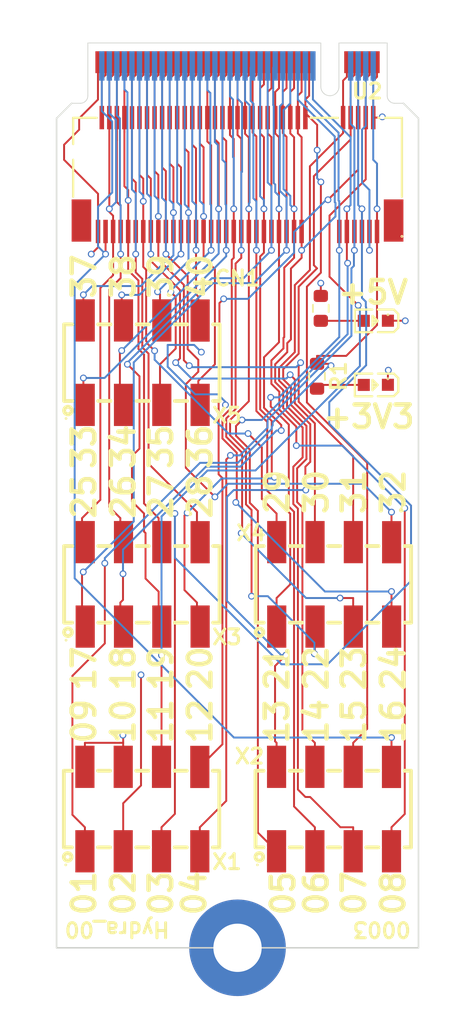
<source format=kicad_pcb>
(kicad_pcb (version 20221018) (generator pcbnew)
  (layers (0 "F.Cu" signal) (1 "In1.Cu" signal) (2 "In2.Cu" signal) (31 "B.Cu" signal) (34 "B.Paste" user) (35 "F.Paste" user) (36 "B.SilkS" user "B.Silkscreen") (37 "F.SilkS" user "F.Silkscreen") (38 "B.Mask" user) (39 "F.Mask" user) (44 "Edge.Cuts" user))
  (net 0 "")
  (net 1 "Net-(CN1-1-Pad11)")
  (net 2 "Net-(CN1-20-Pad21)")
  (net 3 "Net-(CN1-20-Pad23)")
  (net 4 "Net-(CN1-20-Pad25)")
  (net 5 "Net-(CN1-20-Pad27)")
  (net 6 "Net-(CN1-1-Pad66)")
  (net 7 "Net-(CN1-20-Pad33)")
  (net 8 "Net-(CN1-20-Pad35)")
  (net 9 "Net-(CN1-20-Pad37)")
  (net 10 "Net-(CN1-1-Pad5)")
  (net 11 "Net-(CN1-20-Pad39)")
  (net 12 "Net-(CN1-1-Pad69)")
  (net 13 "Net-(CN1-1-Pad71)")
  (net 14 "Net-(CN1-1-Pad73)")
  (net 15 "Net-(CN1-20-Pad41)")
  (net 16 "+3V3")
  (net 17 "Net-(CN1-20-Pad43)")
  (net 18 "Net-(CN1-20-Pad45)")
  (net 19 "Net-(CN1-20-Pad47)")
  (net 20 "Net-(CN1-20-Pad49)")
  (net 21 "Net-(CN1-20-Pad51)")
  (net 22 "Net-(CN1-20-Pad53)")
  (net 23 "Net-(CN1-20-Pad55)")
  (net 24 "Net-(CN1-20-Pad57)")
  (net 25 "Net-(CN1-20-Pad59)")
  (net 26 "Net-(CN1-20-Pad61)")
  (net 27 "Net-(CN1-1-Pad67)")
  (net 28 "Net-(CN1-1-Pad7)")
  (net 29 "Net-(CN1-20-Pad63)")
  (net 30 "Net-(CN1-1-Pad74)")
  (net 31 "Net-(CN1-1-Pad9)")
  (net 32 "GND")
  (net 33 "Net-(LED1-+)")
  (net 34 "+5V")
  (net 35 "Net-(LED2-+)")
  (net 36 "Net-(CN1-20-Pad29)")
  (net 37 "Net-(CN1-20-Pad31)")
  (net 38 "4")
  (net 39 "6")
  (net 40 "8")
  (net 41 "10")
  (net 42 "20")
  (footprint "footprint:HDR-SMD_8P-P2.54-V-M-R2-C4-LS7.4" (layer "F.Cu") (at 106.210008 125.799898)
    (fp_text reference "X3")
    (fp_text value "PZ254-2-04-S")
  )
  (footprint "footprint:HDR-SMD_8P-P2.54-V-M-R2-C4-LS7.4" (layer "F.Cu") (at 118.9 140.7)
    (fp_text reference "X2")
    (fp_text value "PZ254-2-04-S")
  )
  (footprint "NGFF:NGFF_M" (layer "F.Cu") (at 112.5 89.9 180)
    (fp_text reference "U2")
    (fp_text value "~")
    (fp_line (start -11 -4) (end -10.425 -4) (stroke (width 0.05)) (layer "Edge.Cuts"))
    (fp_line (start -9.925 -3.5) (end -9.925 0) (stroke (width 0.05)) (layer "Edge.Cuts"))
    (fp_line (start -9.925 0) (end -6.725 0) (stroke (width 0.05)) (layer "Edge.Cuts"))
    (fp_line (start -6.725 0) (end -6.725 -2.9) (stroke (width 0.05)) (layer "Edge.Cuts"))
    (fp_line (start -5.525 -2.9) (end -5.525 0) (stroke (width 0.05)) (layer "Edge.Cuts"))
    (fp_line (start -5.525 0) (end 0 0) (stroke (width 0.05)) (layer "Edge.Cuts"))
    (fp_line (start 0 0) (end 9.925 0) (stroke (width 0.05)) (layer "Edge.Cuts"))
    (fp_line (start 9.925 0) (end 9.925 -3.5) (stroke (width 0.05)) (layer "Edge.Cuts"))
    (fp_line (start 10.425 -4) (end 11 -4) (stroke (width 0.05)) (layer "Edge.Cuts"))
    (fp_arc (start -10.425 -4) (mid -10.071447 -3.853553) (end -9.925 -3.5) (stroke (width 0.05)) (layer "Edge.Cuts"))
    (fp_arc (start -6.725 -2.9) (mid -6.125 -3.5) (end -5.525 -2.9) (stroke (width 0.05)) (layer "Edge.Cuts"))
    (fp_arc (start 9.925 -3.5) (mid 10.071447 -3.853553) (end 10.425 -4) (stroke (width 0.05)) (layer "Edge.Cuts"))
  )
  (footprint "footprint_old:CONN-SMD_67P-P0.50-V_NASB0-S6701-TS50" (layer "F.Cu") (at 112.4999 98.6252 180)
    (fp_text reference "CN1")
    (fp_text value "NASB0-S6701-TS50")
  )
  (footprint "Resistor_SMD:R_0603_1608Metric" (layer "F.Cu") (at 117.7725 112 -90)
    (fp_text reference "R1")
    (fp_text value "470R")
  )
  (footprint "Resistor_SMD:R_0603_1608Metric" (layer "F.Cu") (at 118.0225 107.5 -90)
    (fp_text reference "R2" hide)
    (fp_text value "470R")
  )
  (footprint "footprint:HDR-SMD_8P-P2.54-V-M-R2-C4-LS7.4" (layer "F.Cu") (at 118.910008 125.799898)
    (fp_text reference "X4")
    (fp_text value "PZ254-2-04-S")
  )
  (footprint "footprint:HDR-SMD_8P-P2.54-V-M-R2-C4-LS7.4" (layer "F.Cu") (at 106.210008 111.099898)
    (fp_text reference "X5")
    (fp_text value "PZ254-2-04-S")
  )
  (footprint "footprints:LED0603-RD" (layer "F.Cu") (at 121.672 108.3216 180)
    (fp_text reference "LED1" hide)
    (fp_text value "LTST-C191KRKT")
  )
  (footprint "MountingHole:MountingHole_3.2mm_M3_Pad_TopBottom" (layer "F.Cu") (at 112.5 149.9)
    (fp_text reference "H2" hide)
    (fp_text value "MountingHole")
  )
  (footprint "footprint:HDR-SMD_8P-P2.54-V-M-R2-C4-LS7.4" (layer "F.Cu") (at 106.19 140.6999)
    (fp_text reference "X1")
    (fp_text value "PZ254-2-04-S")
  )
  (footprint "footprints:LED0603-RD" (layer "F.Cu") (at 121.672 112.5716 180)
    (fp_text reference "LED2" hide)
    (fp_text value "LTST-C191KRKT")
  )
  (gr_line (start 124.5 149.9) (end 124.5 94.9) (stroke (width 0.1)) (layer "Edge.Cuts"))
  (gr_line (start 124.5 149.9) (end 100.5 149.9) (stroke (width 0.1)) (layer "Edge.Cuts"))
  (gr_line (start 101.5 93.9) (end 100.5 94.9) (stroke (width 0.1)) (layer "Edge.Cuts"))
  (gr_line (start 100.5 149.9) (end 100.5 94.9) (stroke (width 0.1)) (layer "Edge.Cuts"))
  (gr_line (start 123.5 93.9) (end 124.5 94.9) (stroke (width 0.1)) (layer "Edge.Cuts"))
  (gr_text "30" (at 118.6 121.3 90) (layer "F.SilkS") (effects (font (size 1.5 1.5) (thickness 0.3) bold) (justify left bottom)))
  (gr_text "31" (at 121.1 121.3 90) (layer "F.SilkS") (effects (font (size 1.5 1.5) (thickness 0.3) bold) (justify left bottom)))
  (gr_text "22" (at 118.6 133 90) (layer "F.SilkS") (effects (font (size 1.5 1.5) (thickness 0.3) bold) (justify left bottom)))
  (gr_text "0003                Hydra_00" (at 124.1 148.1 180) (layer "F.SilkS") (effects (font (size 1 1) (thickness 0.2) bold) (justify left bottom)))
  (gr_text "29" (at 116 121.3 90) (layer "F.SilkS") (effects (font (size 1.5 1.5) (thickness 0.3) bold) (justify left bottom)))
  (gr_text "34" (at 105.8 118.3 90) (layer "F.SilkS") (effects (font (size 1.5 1.5) (thickness 0.3) bold) (justify left bottom)))
  (gr_text "32" (at 123.7 121.3 90) (layer "F.SilkS") (effects (font (size 1.5 1.5) (thickness 0.3) bold) (justify left bottom)))
  (gr_text "11" (at 108.3 136.5 90) (layer "F.SilkS") (effects (font (size 1.5 1.5) (thickness 0.3) bold) (justify left bottom)))
  (gr_text "05" (at 116.4 147.9 90) (layer "F.SilkS") (effects (font (size 1.5 1.5) (thickness 0.3) bold) (justify left bottom)))
  (gr_text "26" (at 105.8 121.6 90) (layer "F.SilkS") (effects (font (size 1.5 1.5) (thickness 0.3) bold) (justify left bottom)))
  (gr_text "12" (at 110.9 136.5 90) (layer "F.SilkS") (effects (font (size 1.5 1.5) (thickness 0.3) bold) (justify left bottom)))
  (gr_text "40" (at 110.9 107 90) (layer "F.SilkS") (effects (font (size 1.5 1.5) (thickness 0.3) bold) (justify left bottom)))
  (gr_text "03" (at 108.3 147.9 90) (layer "F.SilkS") (effects (font (size 1.5 1.5) (thickness 0.3) bold) (justify left bottom)))
  (gr_text "01" (at 103.2 147.9 90) (layer "F.SilkS") (effects (font (size 1.5 1.5) (thickness 0.3) bold) (justify left bottom)))
  (gr_text "21" (at 116 133 90) (layer "F.SilkS") (effects (font (size 1.5 1.5) (thickness 0.3) bold) (justify left bottom)))
  (gr_text "10" (at 105.8 136.5 90) (layer "F.SilkS") (effects (font (size 1.5 1.5) (thickness 0.3) bold) (justify left bottom)))
  (gr_text "14" (at 118.6 136.5 90) (layer "F.SilkS") (effects (font (size 1.5 1.5) (thickness 0.3) bold) (justify left bottom)))
  (gr_text "27" (at 108.3 121.6 90) (layer "F.SilkS") (effects (font (size 1.5 1.5) (thickness 0.3) bold) (justify left bottom)))
  (gr_text "02" (at 105.8 147.9 90) (layer "F.SilkS") (effects (font (size 1.5 1.5) (thickness 0.3) bold) (justify left bottom)))
  (gr_text "23" (at 121.1 133 90) (layer "F.SilkS") (effects (font (size 1.5 1.5) (thickness 0.3) bold) (justify left bottom)))
  (gr_text "13" (at 116 136.5 90) (layer "F.SilkS") (effects (font (size 1.5 1.5) (thickness 0.3) bold) (justify left bottom)))
  (gr_text "37" (at 103.2 107 90) (layer "F.SilkS") (effects (font (size 1.5 1.5) (thickness 0.3) bold) (justify left bottom)))
  (gr_text "04" (at 110.5 147.9 90) (layer "F.SilkS") (effects (font (size 1.5 1.5) (thickness 0.3) bold) (justify left bottom)))
  (gr_text "08" (at 123.7 147.9 90) (layer "F.SilkS") (effects (font (size 1.5 1.5) (thickness 0.3) bold) (justify left bottom)))
  (gr_text "07" (at 121.1 147.9 90) (layer "F.SilkS") (effects (font (size 1.5 1.5) (thickness 0.3) bold) (justify left bottom)))
  (gr_text "16" (at 123.7 136.5 90) (layer "F.SilkS") (effects (font (size 1.5 1.5) (thickness 0.3) bold) (justify left bottom)))
  (gr_text "28" (at 110.9 121.6 90) (layer "F.SilkS") (effects (font (size 1.5 1.5) (thickness 0.3) bold) (justify left bottom)))
  (gr_text "17" (at 103.2 133 90) (layer "F.SilkS") (effects (font (size 1.5 1.5) (thickness 0.3) bold) (justify left bottom)))
  (gr_text "20" (at 110.9 133 90) (layer "F.SilkS") (effects (font (size 1.5 1.5) (thickness 0.3) bold) (justify left bottom)))
  (gr_text "38" (at 105.8 107 90) (layer "F.SilkS") (effects (font (size 1.5 1.5) (thickness 0.3) bold) (justify left bottom)))
  (gr_text "33" (at 103.2 118.3 90) (layer "F.SilkS") (effects (font (size 1.5 1.5) (thickness 0.3) bold) (justify left bottom)))
  (gr_text "35" (at 108.3 118.3 90) (layer "F.SilkS") (effects (font (size 1.5 1.5) (thickness 0.3) bold) (justify left bottom)))
  (gr_text "19" (at 108.3 133 90) (layer "F.SilkS") (effects (font (size 1.5 1.5) (thickness 0.3) bold) (justify left bottom)))
  (gr_text "39" (at 108.3 107 90) (layer "F.SilkS") (effects (font (size 1.5 1.5) (thickness 0.3) bold) (justify left bottom)))
  (gr_text "+3V3" (at 118 115.568142) (layer "F.SilkS") (effects (font (size 1.5 1.5) (thickness 0.3) bold) (justify left bottom)))
  (gr_text "18" (at 105.8 133 90) (layer "F.SilkS") (effects (font (size 1.5 1.5) (thickness 0.3) bold) (justify left bottom)))
  (gr_text "+5V" (at 119 107.318142) (layer "F.SilkS") (effects (font (size 1.5 1.5) (thickness 0.3) bold) (justify left bottom)))
  (gr_text "15" (at 121.1 136.5 90) (layer "F.SilkS") (effects (font (size 1.5 1.5) (thickness 0.3) bold) (justify left bottom)))
  (gr_text "25" (at 103.2 121.6 90) (layer "F.SilkS") (effects (font (size 1.5 1.5) (thickness 0.3) bold) (justify left bottom)))
  (gr_text "36" (at 110.9 118.3 90) (layer "F.SilkS") (effects (font (size 1.5 1.5) (thickness 0.3) bold) (justify left bottom)))
  (gr_text "06" (at 118.6 147.9 90) (layer "F.SilkS") (effects (font (size 1.5 1.5) (thickness 0.3) bold) (justify left bottom)))
  (gr_text "24" (at 123.7 133 90) (layer "F.SilkS") (effects (font (size 1.5 1.5) (thickness 0.3) bold) (justify left bottom)))
  (gr_text "09" (at 103.2 136.5 90) (layer "F.SilkS") (effects (font (size 1.5 1.5) (thickness 0.3) bold) (justify left bottom)))
  (segment (start 114.7 113.4) (end 114.7 114.0061) (width 0.127) (layer "F.Cu") (net 1))
  (segment (start 115.9 115.2061) (end 115.9 120.6423) (width 0.127) (layer "F.Cu") (net 1))
  (segment (start 116.2477 120.99) (end 116.2477 140.5254) (width 0.127) (layer "F.Cu") (net 1))
  (segment (start 116.2477 140.5254) (end 117.63 141.9077) (width 0.127) (layer "F.Cu") (net 1))
  (segment (start 115.9 120.6423) (end 116.2477 120.99) (width 0.127) (layer "F.Cu") (net 1))
  (segment (start 114.7 114.0061) (end 115.9 115.2061) (width 0.127) (layer "F.Cu") (net 1))
  (segment (start 117.63 141.9077) (end 117.63 143.5001) (width 0.127) (layer "F.Cu") (net 1))
  (segment (start 119.25 103.65) (end 119.25 102.4) (width 0.127) (layer "F.Cu") (net 1))
  (via (at 119.25 103.65) (size 0.45) (drill 0.3) (layers "F.Cu" "B.Cu") (net 1))
  (via (at 114.7 113.4) (size 0.45) (drill 0.3) (layers "F.Cu" "B.Cu") (net 1))
  (segment (start 117 91.425) (end 117 93.65) (width 0.127) (layer "B.Cu") (net 1))
  (segment (start 114.7 113.4) (end 115.2487 113.4) (width 0.127) (layer "B.Cu") (net 1))
  (segment (start 117 93.65) (end 119.2 95.85) (width 0.127) (layer "B.Cu") (net 1))
  (segment (start 115.2487 113.4) (end 119.25 109.3987) (width 0.127) (layer "B.Cu") (net 1))
  (segment (start 119.25 109.3987) (end 119.25 103.65) (width 0.127) (layer "B.Cu") (net 1))
  (segment (start 119.2 95.85) (end 119.2 100.35) (width 0.127) (layer "B.Cu") (net 1))
  (segment (start 119.2 100.35) (end 119.25 100.4) (width 0.127) (layer "B.Cu") (net 1))
  (segment (start 119.25 100.4) (end 119.25 103.65) (width 0.127) (layer "B.Cu") (net 1))
  (segment (start 115 111.2) (end 115 112.3923) (width 0.127) (layer "F.Cu") (net 2))
  (segment (start 116.7498 102.2292) (end 116.7498 102.4) (width 0.127) (layer "F.Cu") (net 2))
  (segment (start 116.8175 117.3825) (end 116.2 118) (width 0.127) (layer "F.Cu") (net 2))
  (segment (start 116.75 102.229) (end 116.7498 102.2292) (width 0.127) (layer "F.Cu") (net 2))
  (segment (start 116.75 102.229) (end 116.75 103.65) (width 0.127) (layer "F.Cu") (net 2))
  (segment (start 116.75 103.65) (end 116.75 104.15) (width 0.127) (layer "F.Cu") (net 2))
  (segment (start 116.5 94.65) (end 116.5 95.8999) (width 0.127) (layer "F.Cu") (net 2))
  (segment (start 116.75 93.15) (end 116.5 93.4001) (width 0.127) (layer "F.Cu") (net 2))
  (segment (start 116.75 91.175) (end 116.75 93.15) (width 0.127) (layer "F.Cu") (net 2))
  (segment (start 119.3217 141.9077) (end 120.17 141.9077) (width 0.127) (layer "F.Cu") (net 2))
  (segment (start 115.5291 112.9214) (end 115.5291 114.1114) (width 0.127) (layer "F.Cu") (net 2))
  (segment (start 116.5 95.8999) (end 116.75 96.15) (width 0.127) (layer "F.Cu") (net 2))
  (segment (start 115.8 110.4) (end 115 111.2) (width 0.127) (layer "F.Cu") (net 2))
  (segment (start 117 139.9) (end 117.314 139.9) (width 0.127) (layer "F.Cu") (net 2))
  (segment (start 116.2 118) (end 116.2 120.4745) (width 0.127) (layer "F.Cu") (net 2))
  (segment (start 116.0424 104.8576) (end 116.0424 109.5576) (width 0.127) (layer "F.Cu") (net 2))
  (segment (start 120.17 141.9077) (end 120.17 143.5001) (width 0.127) (layer "F.Cu") (net 2))
  (segment (start 116.5 93.4001) (end 116.5 94.65) (width 0.127) (layer "F.Cu") (net 2))
  (segment (start 116.2 120.4745) (end 116.5036 120.7781) (width 0.127) (layer "F.Cu") (net 2))
  (segment (start 115.8 109.8) (end 115.8 110.4) (width 0.127) (layer "F.Cu") (net 2))
  (segment (start 116.75 96.15) (end 116.75 102.229) (width 0.127) (layer "F.Cu") (net 2))
  (segment (start 116.5036 139.4036) (end 117 139.9) (width 0.127) (layer "F.Cu") (net 2))
  (segment (start 116.5036 120.7781) (end 116.5036 139.4036) (width 0.127) (layer "F.Cu") (net 2))
  (segment (start 116.5 94.65) (end 116.4999 94.6501) (width 0.127) (layer "F.Cu") (net 2))
  (segment (start 116.4999 94.6501) (end 116.4999 94.8501) (width 0.127) (layer "F.Cu") (net 2))
  (segment (start 116.8175 115.3998) (end 116.8175 117.3825) (width 0.127) (layer "F.Cu") (net 2))
  (segment (start 116.0424 109.5576) (end 115.8 109.8) (width 0.127) (layer "F.Cu") (net 2))
  (segment (start 117.314 139.9) (end 119.3217 141.9077) (width 0.127) (layer "F.Cu") (net 2))
  (segment (start 115.5291 114.1114) (end 116.8175 115.3998) (width 0.127) (layer "F.Cu") (net 2))
  (segment (start 115 112.3923) (end 115.5291 112.9214) (width 0.127) (layer "F.Cu") (net 2))
  (segment (start 116.75 104.15) (end 116.0424 104.8576) (width 0.127) (layer "F.Cu") (net 2))
  (via (at 116.75 103.65) (size 0.45) (drill 0.3) (layers "F.Cu" "B.Cu") (net 2))
  (segment (start 118.946 100.45521) (end 118.946 96.1) (width 0.127) (layer "B.Cu") (net 2))
  (segment (start 116.5 93.654) (end 116.5 91.425) (width 0.127) (layer "B.Cu") (net 2))
  (segment (start 118.996 101.404) (end 118.996 100.50521) (width 0.127) (layer "B.Cu") (net 2))
  (segment (start 116.75 103.65) (end 118.996 101.404) (width 0.127) (layer "B.Cu") (net 2))
  (segment (start 118.946 96.1) (end 116.5 93.654) (width 0.127) (layer "B.Cu") (net 2))
  (segment (start 118.996 100.50521) (end 118.946 100.45521) (width 0.127) (layer "B.Cu") (net 2))
  (segment (start 115.2732 114.2174) (end 115.2732 113.0274) (width 0.127) (layer "F.Cu") (net 3))
  (segment (start 116.25 92.9) (end 116 93.1502) (width 0.127) (layer "F.Cu") (net 3))
  (segment (start 116.4 116.6) (end 116.4 115.3442) (width 0.127) (layer "F.Cu") (net 3))
  (segment (start 116.25 104.15) (end 116.25 100.9) (width 0.127) (layer "F.Cu") (net 3))
  (segment (start 116.25 96.15) (end 116.25 100.9) (width 0.127) (layer "F.Cu") (net 3))
  (segment (start 116 94.525) (end 115.9998 94.5252) (width 0.127) (layer "F.Cu") (net 3))
  (segment (start 115.6 104.8) (end 116.25 104.15) (width 0.127) (layer "F.Cu") (net 3))
  (segment (start 115.6 109.4) (end 115.6 104.8) (width 0.127) (layer "F.Cu") (net 3))
  (segment (start 116 94.525) (end 116 95.8998) (width 0.127) (layer "F.Cu") (net 3))
  (segment (start 115.546 109.454) (end 115.6 109.4) (width 0.127) (layer "F.Cu") (net 3))
  (segment (start 114.746 112.5002) (end 114.746 110.954) (width 0.127) (layer "F.Cu") (net 3))
  (segment (start 122.71 141.9077) (end 123.5884 141.0293) (width 0.127) (layer "F.Cu") (net 3))
  (segment (start 115.546 110.154) (end 115.546 109.454) (width 0.127) (layer "F.Cu") (net 3))
  (segment (start 114.746 110.954) (end 115.546 110.154) (width 0.127) (layer "F.Cu") (net 3))
  (segment (start 123.5884 141.0293) (end 123.5884 120.7495) (width 0.127) (layer "F.Cu") (net 3))
  (segment (start 116.4 115.3442) (end 115.2732 114.2174) (width 0.127) (layer "F.Cu") (net 3))
  (segment (start 116 93.1502) (end 116 94.525) (width 0.127) (layer "F.Cu") (net 3))
  (segment (start 115.2732 113.0274) (end 114.746 112.5002) (width 0.127) (layer "F.Cu") (net 3))
  (segment (start 115.9998 94.5252) (end 115.9998 94.8501) (width 0.127) (layer "F.Cu") (net 3))
  (segment (start 116.25 91.175) (end 116.25 92.9) (width 0.127) (layer "F.Cu") (net 3))
  (segment (start 122.71 143.5001) (end 122.71 141.9077) (width 0.127) (layer "F.Cu") (net 3))
  (segment (start 116 95.8998) (end 116.25 96.15) (width 0.127) (layer "F.Cu") (net 3))
  (via (at 116.4 116.6) (size 0.45) (drill 0.3) (layers "F.Cu" "B.Cu") (net 3))
  (via (at 116.25 100.9) (size 0.45) (drill 0.3) (layers "F.Cu" "B.Cu") (net 3))
  (via (at 123.5884 120.7495) (size 0.45) (drill 0.3) (layers "F.Cu" "B.Cu") (net 3))
  (segment (start 116 93.9) (end 116 91.425) (width 0.127) (layer "B.Cu") (net 3))
  (segment (start 116.4 116.6) (end 119.4389 116.6) (width 0.127) (layer "B.Cu") (net 3))
  (segment (start 115.554 99.59479) (end 115.554 94.346) (width 0.127) (layer "B.Cu") (net 3))
  (segment (start 116.004 100.654) (end 116.004 100.04479) (width 0.127) (layer "B.Cu") (net 3))
  (segment (start 115.554 94.346) (end 116 93.9) (width 0.127) (layer "B.Cu") (net 3))
  (segment (start 116.004 100.04479) (end 115.554 99.59479) (width 0.127) (layer "B.Cu") (net 3))
  (segment (start 119.4389 116.6) (end 123.5884 120.7495) (width 0.127) (layer "B.Cu") (net 3))
  (segment (start 116.25 100.9) (end 116.004 100.654) (width 0.127) (layer "B.Cu") (net 3))
  (segment (start 102.19 125.059) (end 102.2701 124.9789) (width 0.127) (layer "F.Cu") (net 4))
  (segment (start 115.75 102.229) (end 115.7498 102.2292) (width 0.127) (layer "F.Cu") (net 4))
  (segment (start 102.19 128.6001) (end 102.19 125.059) (width 0.127) (layer "F.Cu") (net 4))
  (segment (start 115.4999 94.5126) (end 115.4999 94.8501) (width 0.127) (layer "F.Cu") (net 4))
  (segment (start 115.5 94.5125) (end 115.5 95.8749) (width 0.127) (layer "F.Cu") (net 4))
  (segment (start 115.5 94.5125) (end 115.4999 94.5126) (width 0.127) (layer "F.Cu") (net 4))
  (segment (start 115.75 102.229) (end 115.75 103.65) (width 0.127) (layer "F.Cu") (net 4))
  (segment (start 115.75 92.9) (end 115.5 93.1501) (width 0.127) (layer "F.Cu") (net 4))
  (segment (start 115.5 95.8749) (end 115.75 96.1249) (width 0.127) (layer "F.Cu") (net 4))
  (segment (start 115.5 93.1501) (end 115.5 94.5125) (width 0.127) (layer "F.Cu") (net 4))
  (segment (start 115.75 96.1249) (end 115.75 102.229) (width 0.127) (layer "F.Cu") (net 4))
  (segment (start 115.7498 102.2292) (end 115.7498 102.4) (width 0.127) (layer "F.Cu") (net 4))
  (segment (start 115.75 91.175) (end 115.75 92.9) (width 0.127) (layer "F.Cu") (net 4))
  (via (at 102.2701 124.9789) (size 0.45) (drill 0.3) (layers "F.Cu" "B.Cu") (net 4))
  (via (at 115.75 103.65) (size 0.45) (drill 0.3) (layers "F.Cu" "B.Cu") (net 4))
  (segment (start 113.5707 105.8293) (end 110.8707 105.8293) (width 0.127) (layer "B.Cu") (net 4))
  (segment (start 115.75 103.65) (end 113.5707 105.8293) (width 0.127) (layer "B.Cu") (net 4))
  (segment (start 115.75 100.15) (end 115.75 103.65) (width 0.127) (layer "B.Cu") (net 4))
  (segment (start 115.5 93.904) (end 115.3 94.104) (width 0.127) (layer "B.Cu") (net 4))
  (segment (start 105.617 121.632) (end 102.2701 124.9789) (width 0.127) (layer "B.Cu") (net 4))
  (segment (start 115.3 94.104) (end 115.3 99.7) (width 0.127) (layer "B.Cu") (net 4))
  (segment (start 115.3 99.7) (end 115.75 100.15) (width 0.127) (layer "B.Cu") (net 4))
  (segment (start 105.617 111.083) (end 105.617 121.632) (width 0.127) (layer "B.Cu") (net 4))
  (segment (start 110.8707 105.8293) (end 105.617 111.083) (width 0.127) (layer "B.Cu") (net 4))
  (segment (start 115.5 91.425) (end 115.5 93.904) (width 0.127) (layer "B.Cu") (net 4))
  (segment (start 114.9998 94.5252) (end 114.9998 94.8501) (width 0.127) (layer "F.Cu") (net 5))
  (segment (start 115.4 115.2337) (end 114.258 114.0917) (width 0.127) (layer "F.Cu") (net 5))
  (segment (start 115.25 96.15) (end 115 95.8998) (width 0.127) (layer "F.Cu") (net 5))
  (segment (start 115 95.8998) (end 115 94.525) (width 0.127) (layer "F.Cu") (net 5))
  (segment (start 115 94.525) (end 115 93.1502) (width 0.127) (layer "F.Cu") (net 5))
  (segment (start 104.906 126.8317) (end 104.73 127.0077) (width 0.127) (layer "F.Cu") (net 5))
  (segment (start 104.73 127.0077) (end 104.73 128.6001) (width 0.127) (layer "F.Cu") (net 5))
  (segment (start 114.258 114.0917) (end 114.258 110.7397) (width 0.127) (layer "F.Cu") (net 5))
  (segment (start 115.4 115.6) (end 115.4 115.2337) (width 0.127) (layer "F.Cu") (net 5))
  (segment (start 104.906 125.1) (end 104.906 126.8317) (width 0.127) (layer "F.Cu") (net 5))
  (segment (start 115 93.1502) (end 115.25 92.9) (width 0.127) (layer "F.Cu") (net 5))
  (segment (start 114.258 110.7397) (end 115.25 109.7477) (width 0.127) (layer "F.Cu") (net 5))
  (segment (start 115.25 109.7477) (end 115.25 100.9) (width 0.127) (layer "F.Cu") (net 5))
  (segment (start 115 94.525) (end 114.9998 94.5252) (width 0.127) (layer "F.Cu") (net 5))
  (segment (start 115.25 100.9) (end 115.25 96.15) (width 0.127) (layer "F.Cu") (net 5))
  (segment (start 115.25 92.9) (end 115.25 91.175) (width 0.127) (layer "F.Cu") (net 5))
  (via (at 104.906 125.1) (size 0.45) (drill 0.3) (layers "F.Cu" "B.Cu") (net 5))
  (via (at 115.4 115.6) (size 0.45) (drill 0.3) (layers "F.Cu" "B.Cu") (net 5))
  (via (at 115.25 100.9) (size 0.45) (drill 0.3) (layers "F.Cu" "B.Cu") (net 5))
  (segment (start 114.866 91.5345) (end 114.975 91.425) (width 0.127) (layer "B.Cu") (net 5))
  (segment (start 115.25 100.037) (end 115.004 99.791) (width 0.127) (layer "B.Cu") (net 5))
  (segment (start 115.0849 115.6) (end 115.4 115.6) (width 0.127) (layer "B.Cu") (net 5))
  (segment (start 115.004 99.791) (end 115.004 99.29459) (width 0.127) (layer "B.Cu") (net 5))
  (segment (start 115.004 99.29459) (end 114.9 99.19059) (width 0.127) (layer "B.Cu") (net 5))
  (segment (start 115.25 100.9) (end 115.25 100.037) (width 0.127) (layer "B.Cu") (net 5))
  (segment (start 114.9 94.0575) (end 114.866 94.0235) (width 0.127) (layer "B.Cu") (net 5))
  (segment (start 104.906 125.1) (end 104.906 123.494) (width 0.127) (layer "B.Cu") (net 5))
  (segment (start 114.866 94.0235) (end 114.866 91.5345) (width 0.127) (layer "B.Cu") (net 5))
  (segment (start 110.4046 117.9954) (end 112.6895 117.9954) (width 0.127) (layer "B.Cu") (net 5))
  (segment (start 112.6895 117.9954) (end 115.0849 115.6) (width 0.127) (layer "B.Cu") (net 5))
  (segment (start 114.975 91.425) (end 115 91.425) (width 0.127) (layer "B.Cu") (net 5))
  (segment (start 114.9 99.19059) (end 114.9 94.0575) (width 0.127) (layer "B.Cu") (net 5))
  (segment (start 104.906 123.494) (end 110.4046 117.9954) (width 0.127) (layer "B.Cu") (net 5))
  (segment (start 106.1867 110.088535) (end 106.6 110.501835) (width 0.127) (layer "F.Cu") (net 6))
  (segment (start 106.6 117.8) (end 109.81 121.01) (width 0.127) (layer "F.Cu") (net 6))
  (segment (start 105.75 92.027) (end 105.5 92.2771) (width 0.127) (layer "F.Cu") (net 6))
  (segment (start 105.7498 102.1042) (end 105.7498 102.4003) (width 0.127) (layer "F.Cu") (net 6))
  (segment (start 106.1867 105.5484) (end 106.1867 110.088535) (width 0.127) (layer "F.Cu") (net 6))
  (segment (start 105.75 102.104) (end 105.7498 102.1042) (width 0.127) (layer "F.Cu") (net 6))
  (segment (start 106.6 110.501835) (end 106.6 117.8) (width 0.127) (layer "F.Cu") (net 6))
  (segment (start 105.4999 95.5884) (end 105.4999 94.8504) (width 0.127) (layer "F.Cu") (net 6))
  (segment (start 105.5 95.5885) (end 105.5 98.9) (width 0.127) (layer "F.Cu") (net 6))
  (segment (start 105.5 98.9) (end 105.75 99.1499) (width 0.127) (layer "F.Cu") (net 6))
  (segment (start 105.75 99.1499) (end 105.75 102.104) (width 0.127) (layer "F.Cu") (net 6))
  (segment (start 105.75 105.1117) (end 106.1867 105.5484) (width 0.127) (layer "F.Cu") (net 6))
  (segment (start 105.75 91.175) (end 105.75 92.027) (width 0.127) (layer "F.Cu") (net 6))
  (segment (start 105.5 92.2771) (end 105.5 95.5885) (width 0.127) (layer "F.Cu") (net 6))
  (segment (start 105.75 103.9) (end 105.75 105.1117) (width 0.127) (layer "F.Cu") (net 6))
  (segment (start 105.5 95.5885) (end 105.4999 95.5884) (width 0.127) (layer "F.Cu") (net 6))
  (segment (start 109.81 121.01) (end 109.81 123.006) (width 0.127) (layer "F.Cu") (net 6))
  (segment (start 105.75 102.104) (end 105.75 103.9) (width 0.127) (layer "F.Cu") (net 6))
  (via (at 105.75 103.9) (size 0.45) (drill 0.3) (layers "F.Cu" "B.Cu") (net 6))
  (segment (start 105.75 99.8684) (end 105.75 103.9) (width 0.127) (layer "B.Cu") (net 6))
  (segment (start 105.5 91.425) (end 105.5 99.6184) (width 0.127) (layer "B.Cu") (net 6))
  (segment (start 105.5 99.6184) (end 105.75 99.8684) (width 0.127) (layer "B.Cu") (net 6))
  (segment (start 115.09 126.7077) (end 115.9937 125.804) (width 0.127) (layer "F.Cu") (net 7))
  (segment (start 113.75 91.175) (end 113.75 92.027) (width 0.127) (layer "F.Cu") (net 7))
  (segment (start 113.75 96.1001) (end 113.75 102.229) (width 0.127) (layer "F.Cu") (net 7))
  (segment (start 113.7498 102.2292) (end 113.7498 102.4) (width 0.127) (layer "F.Cu") (net 7))
  (segment (start 115.09 128.3001) (end 115.09 126.7077) (width 0.127) (layer "F.Cu") (net 7))
  (segment (start 115.9937 121.1173) (end 114.4711 119.5947) (width 0.127) (layer "F.Cu") (net 7))
  (segment (start 113.4999 94.0636) (end 113.4999 94.8501) (width 0.127) (layer "F.Cu") (net 7))
  (segment (start 113.75 92.027) (end 113.5 92.2771) (width 0.127) (layer "F.Cu") (net 7))
  (segment (start 113.5 94.0635) (end 113.5 95.85) (width 0.127) (layer "F.Cu") (net 7))
  (segment (start 113.5 94.0635) (end 113.4999 94.0636) (width 0.127) (layer "F.Cu") (net 7))
  (segment (start 114.4711 115.0287) (end 113.75 114.3076) (width 0.127) (layer "F.Cu") (net 7))
  (segment (start 113.75 102.229) (end 113.7498 102.2292) (width 0.127) (layer "F.Cu") (net 7))
  (segment (start 113.75 114.3076) (end 113.75 103.65) (width 0.127) (layer "F.Cu") (net 7))
  (segment (start 113.75 102.229) (end 113.75 103.65) (width 0.127) (layer "F.Cu") (net 7))
  (segment (start 114.4711 119.5947) (end 114.4711 115.0287) (width 0.127) (layer "F.Cu") (net 7))
  (segment (start 113.5 92.2771) (end 113.5 94.0635) (width 0.127) (layer "F.Cu") (net 7))
  (segment (start 113.5 95.85) (end 113.75 96.1001) (width 0.127) (layer "F.Cu") (net 7))
  (segment (start 115.9937 125.804) (end 115.9937 121.1173) (width 0.127) (layer "F.Cu") (net 7))
  (via (at 113.75 103.65) (size 0.45) (drill 0.3) (layers "F.Cu" "B.Cu") (net 7))
  (segment (start 113.554 93.9219) (end 113.554 100.204) (width 0.127) (layer "B.Cu") (net 7))
  (segment (start 113.475 91.425) (end 113.366 91.5345) (width 0.127) (layer "B.Cu") (net 7))
  (segment (start 113.554 100.204) (end 113.75 100.4) (width 0.127) (layer "B.Cu") (net 7))
  (segment (start 113.75 100.4) (end 113.75 103.65) (width 0.127) (layer "B.Cu") (net 7))
  (segment (start 113.5 91.425) (end 113.475 91.425) (width 0.127) (layer "B.Cu") (net 7))
  (segment (start 113.366 93.7339) (end 113.554 93.9219) (width 0.127) (layer "B.Cu") (net 7))
  (segment (start 113.366 91.5345) (end 113.366 93.7339) (width 0.127) (layer "B.Cu") (net 7))
  (segment (start 113 92.2772) (end 113 94.1011) (width 0.127) (layer "F.Cu") (net 8))
  (segment (start 113.25 113.658855) (end 113.25 100.9) (width 0.127) (layer "F.Cu") (net 8))
  (segment (start 117.6 130.4) (end 117.63 130.37) (width 0.127) (layer "F.Cu") (net 8))
  (segment (start 117.63 130.37) (end 117.63 128.3001) (width 0.127) (layer "F.Cu") (net 8))
  (segment (start 112.008 115.915045) (end 112.008 114.900855) (width 0.127) (layer "F.Cu") (net 8))
  (segment (start 112.9998 94.1013) (end 112.9998 94.8501) (width 0.127) (layer "F.Cu") (net 8))
  (segment (start 113.06 116.967045) (end 112.008 115.915045) (width 0.127) (layer "F.Cu") (net 8))
  (segment (start 113.25 92.027) (end 113 92.2772) (width 0.127) (layer "F.Cu") (net 8))
  (segment (start 113 95.925) (end 113.25 96.1752) (width 0.127) (layer "F.Cu") (net 8))
  (segment (start 113.06 120.4992) (end 113.06 116.967045) (width 0.127) (layer "F.Cu") (net 8))
  (segment (start 113.25 91.175) (end 113.25 92.027) (width 0.127) (layer "F.Cu") (net 8))
  (segment (start 113.25 96.1752) (end 113.25 100.9) (width 0.127) (layer "F.Cu") (net 8))
  (segment (start 113.4309 120.8701) (end 113.06 120.4992) (width 0.127) (layer "F.Cu") (net 8))
  (segment (start 113.4309 126.5853) (end 113.4309 120.8701) (width 0.127) (layer "F.Cu") (net 8))
  (segment (start 113 94.1011) (end 112.9998 94.1013) (width 0.127) (layer "F.Cu") (net 8))
  (segment (start 113 94.1011) (end 113 95.925) (width 0.127) (layer "F.Cu") (net 8))
  (segment (start 112.008 114.900855) (end 113.25 113.658855) (width 0.127) (layer "F.Cu") (net 8))
  (via (at 117.6 130.4) (size 0.45) (drill 0.3) (layers "F.Cu" "B.Cu") (net 8))
  (via (at 113.25 100.9) (size 0.45) (drill 0.3) (layers "F.Cu" "B.Cu") (net 8))
  (via (at 113.4309 126.5853) (size 0.45) (drill 0.3) (layers "F.Cu" "B.Cu") (net 8))
  (segment (start 117.6 129.6749) (end 114.5104 126.5853) (width 0.127) (layer "B.Cu") (net 8))
  (segment (start 117.6 130.4) (end 117.6 129.6749) (width 0.127) (layer "B.Cu") (net 8))
  (segment (start 114.5104 126.5853) (end 113.4309 126.5853) (width 0.127) (layer "B.Cu") (net 8))
  (segment (start 113.3 100.491) (end 113.25 100.541) (width 0.127) (layer "B.Cu") (net 8))
  (segment (start 113.3 94.027172) (end 113.3 100.491) (width 0.127) (layer "B.Cu") (net 8))
  (segment (start 113.25 100.541) (end 113.25 100.9) (width 0.127) (layer "B.Cu") (net 8))
  (segment (start 113 91.425) (end 113 93.727172) (width 0.127) (layer "B.Cu") (net 8))
  (segment (start 113 93.727172) (end 113.3 94.027172) (width 0.127) (layer "B.Cu") (net 8))
  (segment (start 112.806 117.072255) (end 112.806 122.35) (width 0.127) (layer "F.Cu") (net 9))
  (segment (start 112.5 92.2771) (end 112.5 94.1385) (width 0.127) (layer "F.Cu") (net 9))
  (segment (start 111.754 116.020255) (end 112.806 117.072255) (width 0.127) (layer "F.Cu") (net 9))
  (segment (start 112.75 103.65) (end 112.75 104.15) (width 0.127) (layer "F.Cu") (net 9))
  (segment (start 112.75 102.229) (end 112.7498 102.2292) (width 0.127) (layer "F.Cu") (net 9))
  (segment (start 112.75 104.15) (end 112.3715 104.5285) (width 0.127) (layer "F.Cu") (net 9))
  (segment (start 112.3715 104.5285) (end 112.3715 114.178145) (width 0.127) (layer "F.Cu") (net 9))
  (segment (start 111.754 114.795645) (end 111.754 116.020255) (width 0.127) (layer "F.Cu") (net 9))
  (segment (start 112.4999 94.1386) (end 112.4999 94.8501) (width 0.127) (layer "F.Cu") (net 9))
  (segment (start 112.75 96.2499) (end 112.75 102.229) (width 0.127) (layer "F.Cu") (net 9))
  (segment (start 112.5 94.1385) (end 112.4999 94.1386) (width 0.127) (layer "F.Cu") (net 9))
  (segment (start 112.7498 102.2292) (end 112.7498 102.4) (width 0.127) (layer "F.Cu") (net 9))
  (segment (start 112.3715 114.178145) (end 111.754 114.795645) (width 0.127) (layer "F.Cu") (net 9))
  (segment (start 112.75 91.175) (end 112.75 92.027) (width 0.127) (layer "F.Cu") (net 9))
  (segment (start 120.17 126.7077) (end 119.2988 126.7077) (width 0.127) (layer "F.Cu") (net 9))
  (segment (start 112.806 122.35) (end 112.7459 122.4101) (width 0.127) (layer "F.Cu") (net 9))
  (segment (start 112.5 94.1385) (end 112.5 95.9999) (width 0.127) (layer "F.Cu") (net 9))
  (segment (start 112.75 102.229) (end 112.75 103.65) (width 0.127) (layer "F.Cu") (net 9))
  (segment (start 112.5 95.9999) (end 112.75 96.2499) (width 0.127) (layer "F.Cu") (net 9))
  (segment (start 120.17 128.3001) (end 120.17 126.7077) (width 0.127) (layer "F.Cu") (net 9))
  (segment (start 112.75 92.027) (end 112.5 92.2771) (width 0.127) (layer "F.Cu") (net 9))
  (via (at 119.2988 126.7077) (size 0.45) (drill 0.3) (layers "F.Cu" "B.Cu") (net 9))
  (via (at 112.75 103.65) (size 0.45) (drill 0.3) (layers "F.Cu" "B.Cu") (net 9))
  (via (at 112.7459 122.4101) (size 0.45) (drill 0.3) (layers "F.Cu" "B.Cu") (net 9))
  (segment (start 117.0435 126.7077) (end 112.7459 122.4101) (width 0.127) (layer "B.Cu") (net 9))
  (segment (start 112.8068 93.8932) (end 112.8 93.9) (width 0.127) (layer "B.Cu") (net 9))
  (segment (start 112.8 93.9) (end 112.8 98.4498) (width 0.127) (layer "B.Cu") (net 9))
  (segment (start 112.75 98.45) (end 112.75 103.65) (width 0.127) (layer "B.Cu") (net 9))
  (segment (start 112.8 98.4498) (end 112.7998 98.45) (width 0.127) (layer "B.Cu") (net 9))
  (segment (start 112.5 93.5868) (end 112.8068 93.8932) (width 0.127) (layer "B.Cu") (net 9))
  (segment (start 112.5 91.425) (end 112.5 93.5868) (width 0.127) (layer "B.Cu") (net 9))
  (segment (start 112.7998 98.45) (end 112.75 98.45) (width 0.127) (layer "B.Cu") (net 9))
  (segment (start 119.2988 126.7077) (end 117.0435 126.7077) (width 0.127) (layer "B.Cu") (net 9))
  (segment (start 120.75 100.9) (end 120.75 102.3209) (width 0.127) (layer "F.Cu") (net 10))
  (segment (start 107.46 141.9076) (end 107.46 143.5) (width 0.127) (layer "F.Cu") (net 10))
  (segment (start 108.347 141.0206) (end 107.46 141.9076) (width 0.127) (layer "F.Cu") (net 10))
  (segment (start 108.347 121.1) (end 108.347 141.0206) (width 0.127) (layer "F.Cu") (net 10))
  (segment (start 120.75 102.3209) (end 120.7498 102.3211) (width 0.127) (layer "F.Cu") (net 10))
  (segment (start 120.7498 102.3211) (end 120.7498 102.4) (width 0.127) (layer "F.Cu") (net 10))
  (via (at 108.347 121.1) (size 0.45) (drill 0.3) (layers "F.Cu" "B.Cu") (net 10))
  (via (at 120.75 100.9) (size 0.45) (drill 0.3) (layers "F.Cu" "B.Cu") (net 10))
  (segment (start 121.0049 107.0574) (end 120.75 106.8025) (width 0.127) (layer "B.Cu") (net 10))
  (segment (start 120.504 100.654) (end 120.504 95.412) (width 0.127) (layer "B.Cu") (net 10))
  (segment (start 108.347 121.1) (end 108.347 124.036735) (width 0.127) (layer "B.Cu") (net 10))
  (segment (start 120.5 95.408) (end 120.5 91.425) (width 0.127) (layer "B.Cu") (net 10))
  (segment (start 118.474635 131.1) (end 124.0059 125.568735) (width 0.127) (layer "B.Cu") (net 10))
  (segment (start 121.0049 107.402665) (end 121.0049 107.0574) (width 0.127) (layer "B.Cu") (net 10))
  (segment (start 124.0059 125.568735) (end 124.0059 120.576565) (width 0.127) (layer "B.Cu") (net 10))
  (segment (start 118.586635 113.713365) (end 121.0309 111.2691) (width 0.127) (layer "B.Cu") (net 10))
  (segment (start 121.0309 107.428665) (end 121.0049 107.402665) (width 0.127) (layer "B.Cu") (net 10))
  (segment (start 115.410265 131.1) (end 118.474635 131.1) (width 0.127) (layer "B.Cu") (net 10))
  (segment (start 108.347 124.036735) (end 115.410265 131.1) (width 0.127) (layer "B.Cu") (net 10))
  (segment (start 120.75 100.9) (end 120.504 100.654) (width 0.127) (layer "B.Cu") (net 10))
  (segment (start 121.0309 111.2691) (end 121.0309 107.428665) (width 0.127) (layer "B.Cu") (net 10))
  (segment (start 120.75 106.8025) (end 120.75 100.9) (width 0.127) (layer "B.Cu") (net 10))
  (segment (start 118.586635 115.1573) (end 118.586635 113.713365) (width 0.127) (layer "B.Cu") (net 10))
  (segment (start 124.0059 120.576565) (end 118.586635 115.1573) (width 0.127) (layer "B.Cu") (net 10))
  (segment (start 120.504 95.412) (end 120.5 95.408) (width 0.127) (layer "B.Cu") (net 10))
  (segment (start 112.25 104.15) (end 112.1175 104.2825) (width 0.127) (layer "F.Cu") (net 11))
  (segment (start 111.5 116.125465) (end 112.4486 117.074065) (width 0.127) (layer "F.Cu") (net 11))
  (segment (start 112 92.2772) (end 112 94.1433) (width 0.127) (layer "F.Cu") (net 11))
  (segment (start 111.5 114.690435) (end 111.5 116.125465) (width 0.127) (layer "F.Cu") (net 11))
  (segment (start 112.25 100.9) (end 112.25 104.15) (width 0.127) (layer "F.Cu") (net 11))
  (segment (start 112.25 92.027) (end 112 92.2772) (width 0.127) (layer "F.Cu") (net 11))
  (segment (start 112.25 91.175) (end 112.25 92.027) (width 0.127) (layer "F.Cu") (net 11))
  (segment (start 112.4486 120.3084) (end 112.3885 120.3685) (width 0.127) (layer "F.Cu") (net 11))
  (segment (start 112 94.1433) (end 112 96.0094) (width 0.127) (layer "F.Cu") (net 11))
  (segment (start 112 94.1433) (end 111.9998 94.1435) (width 0.127) (layer "F.Cu") (net 11))
  (segment (start 122.71 128.3001) (end 122.71 126.2742) (width 0.127) (layer "F.Cu") (net 11))
  (segment (start 112.25 96.2596) (end 112.25 100.9) (width 0.127) (layer "F.Cu") (net 11))
  (segment (start 112 96.0094) (end 112.25 96.2596) (width 0.127) (layer "F.Cu") (net 11))
  (segment (start 112.1175 104.2825) (end 112.1175 114.072935) (width 0.127) (layer "F.Cu") (net 11))
  (segment (start 112.1175 114.072935) (end 111.5 114.690435) (width 0.127) (layer "F.Cu") (net 11))
  (segment (start 112.4486 117.074065) (end 112.4486 120.3084) (width 0.127) (layer "F.Cu") (net 11))
  (segment (start 111.9998 94.1435) (end 111.9998 94.8501) (width 0.127) (layer "F.Cu") (net 11))
  (via (at 122.71 126.2742) (size 0.45) (drill 0.3) (layers "F.Cu" "B.Cu") (net 11))
  (via (at 112.25 100.9) (size 0.45) (drill 0.3) (layers "F.Cu" "B.Cu") (net 11))
  (via (at 112.3885 120.3685) (size 0.45) (drill 0.3) (layers "F.Cu" "B.Cu") (net 11))
  (segment (start 118.2942 126.2742) (end 112.3885 120.3685) (width 0.127) (layer "B.Cu") (net 11))
  (segment (start 112 93.4461) (end 112.2 93.646077) (width 0.127) (layer "B.Cu") (net 11))
  (segment (start 122.71 126.2742) (end 118.2942 126.2742) (width 0.127) (layer "B.Cu") (net 11))
  (segment (start 112 91.425) (end 112 93.4461) (width 0.127) (layer "B.Cu") (net 11))
  (segment (start 112.2 97.4722) (end 112.25 97.5222) (width 0.127) (layer "B.Cu") (net 11))
  (segment (start 112.25 97.5222) (end 112.25 100.9) (width 0.127) (layer "B.Cu") (net 11))
  (segment (start 112.2 93.646077) (end 112.2 97.4722) (width 0.127) (layer "B.Cu") (net 11))
  (segment (start 103.9926 120.6701) (end 103.9926 106.2464) (width 0.127) (layer "F.Cu") (net 12))
  (segment (start 104.7498 102.2997) (end 104.7498 102.4) (width 0.127) (layer "F.Cu") (net 12))
  (segment (start 104.4999 96.3629) (end 104.4999 94.8504) (width 0.127) (layer "F.Cu") (net 12))
  (segment (start 104.5 92.2771) (end 104.5 96.363) (width 0.127) (layer "F.Cu") (net 12))
  (segment (start 104.75 91.175) (end 104.75 92.027) (width 0.127) (layer "F.Cu") (net 12))
  (segment (start 104.5 96.363) (end 104.4999 96.3629) (width 0.127) (layer "F.Cu") (net 12))
  (segment (start 104.75 102.2995) (end 104.75 103.9) (width 0.127) (layer "F.Cu") (net 12))
  (segment (start 103.9926 106.2464) (end 104.75 105.489) (width 0.127) (layer "F.Cu") (net 12))
  (segment (start 104.75 100.699) (end 104.75 102.2995) (width 0.127) (layer "F.Cu") (net 12))
  (segment (start 104.75 92.027) (end 104.5 92.2771) (width 0.127) (layer "F.Cu") (net 12))
  (segment (start 104.75 105.489) (end 104.75 103.9) (width 0.127) (layer "F.Cu") (net 12))
  (segment (start 104.5 100.449) (end 104.75 100.699) (width 0.127) (layer "F.Cu") (net 12))
  (segment (start 104.73 122.9999) (end 104.73 121.4075) (width 0.127) (layer "F.Cu") (net 12))
  (segment (start 104.73 121.4075) (end 103.9926 120.6701) (width 0.127) (layer "F.Cu") (net 12))
  (segment (start 104.75 102.2995) (end 104.7498 102.2997) (width 0.127) (layer "F.Cu") (net 12))
  (segment (start 104.5 96.363) (end 104.5 100.449) (width 0.127) (layer "F.Cu") (net 12))
  (via (at 104.75 103.9) (size 0.45) (drill 0.3) (layers "F.Cu" "B.Cu") (net 12))
  (segment (start 104.7 100.6) (end 104.75 100.65) (width 0.127) (layer "B.Cu") (net 12))
  (segment (start 104.5 91.425) (end 104.5 94.7) (width 0.127) (layer "B.Cu") (net 12))
  (segment (start 104.75 100.65) (end 104.75 103.9) (width 0.127) (layer "B.Cu") (net 12))
  (segment (start 104.5 94.7) (end 104.7 94.9) (width 0.127) (layer "B.Cu") (net 12))
  (segment (start 104.7 94.9) (end 104.7 100.6) (width 0.127) (layer "B.Cu") (net 12))
  (segment (start 104.25 91.175) (end 104.25 92.027) (width 0.127) (layer "F.Cu") (net 13))
  (segment (start 102.19 122.9999) (end 102.19 121.4075) (width 0.127) (layer "F.Cu") (net 13))
  (segment (start 103.4044 106.1467) (end 104.25 105.3011) (width 0.127) (layer "F.Cu") (net 13))
  (segment (start 104 92.2772) (end 104 94.5902) (width 0.127) (layer "F.Cu") (net 13))
  (segment (start 104.25 101.357) (end 104.25 102.4) (width 0.127) (layer "F.Cu") (net 13))
  (segment (start 104 94.5902) (end 103.9998 94.5904) (width 0.127) (layer "F.Cu") (net 13))
  (segment (start 103.9998 94.5904) (end 103.9998 94.8504) (width 0.127) (layer "F.Cu") (net 13))
  (segment (start 104 94.5902) (end 104 100.9) (width 0.127) (layer "F.Cu") (net 13))
  (segment (start 102.19 121.4075) (end 103.4044 120.1931) (width 0.127) (layer "F.Cu") (net 13))
  (segment (start 103.4044 120.1931) (end 103.4044 106.1467) (width 0.127) (layer "F.Cu") (net 13))
  (segment (start 104.25 92.027) (end 104 92.2772) (width 0.127) (layer "F.Cu") (net 13))
  (segment (start 104.25 105.3011) (end 104.25 102.4) (width 0.127) (layer "F.Cu") (net 13))
  (segment (start 104 100.9) (end 104 101.107) (width 0.127) (layer "F.Cu") (net 13))
  (segment (start 104 101.107) (end 104.25 101.357) (width 0.127) (layer "F.Cu") (net 13))
  (via (at 104 100.9) (size 0.45) (drill 0.3) (layers "F.Cu" "B.Cu") (net 13))
  (segment (start 104.446 95.00521) (end 104 94.55921) (width 0.127) (layer "B.Cu") (net 13))
  (segment (start 104 100.9) (end 104.446 100.454) (width 0.127) (layer "B.Cu") (net 13))
  (segment (start 104.446 100.454) (end 104.446 95.00521) (width 0.127) (layer "B.Cu") (net 13))
  (segment (start 104 94.55921) (end 104 91.425) (width 0.127) (layer "B.Cu") (net 13))
  (segment (start 103.75 103.15) (end 103.75 102.4) (width 0.127) (layer "F.Cu") (net 14))
  (segment (start 103.75 103.9) (end 103.75 103.15) (width 0.127) (layer "F.Cu") (net 14))
  (segment (start 103.75 103.15) (end 103.7498 103.1498) (width 0.127) (layer "F.Cu") (net 14))
  (segment (start 103.7498 103.1498) (end 103.7498 102.4) (width 0.127) (layer "F.Cu") (net 14))
  (segment (start 122.71 137.906) (end 122.71 135.9584) (width 0.127) (layer "F.Cu") (net 14))
  (via (at 122.71 135.9584) (size 0.45) (drill 0.3) (layers "F.Cu" "B.Cu") (net 14))
  (via (at 103.75 103.9) (size 0.45) (drill 0.3) (layers "F.Cu" "B.Cu") (net 14))
  (segment (start 101.7 105.95) (end 103.75 103.9) (width 0.127) (layer "B.Cu") (net 14))
  (segment (start 122.71 135.9584) (end 112.2584 135.9584) (width 0.127) (layer "B.Cu") (net 14))
  (segment (start 103.25 103.4) (end 103.75 103.9) (width 0.127) (layer "B.Cu") (net 14))
  (segment (start 104.192 99.817) (end 103.25 100.759) (width 0.127) (layer "B.Cu") (net 14))
  (segment (start 103.25 100.759) (end 103.25 103.4) (width 0.127) (layer "B.Cu") (net 14))
  (segment (start 103.5 91.425) (end 103.5 94.41842) (width 0.127) (layer "B.Cu") (net 14))
  (segment (start 112.2584 135.9584) (end 101.7 125.4) (width 0.127) (layer "B.Cu") (net 14))
  (segment (start 103.5 94.41842) (end 104.192 95.11042) (width 0.127) (layer "B.Cu") (net 14))
  (segment (start 104.192 95.11042) (end 104.192 99.817) (width 0.127) (layer "B.Cu") (net 14))
  (segment (start 101.7 125.4) (end 101.7 105.95) (width 0.127) (layer "B.Cu") (net 14))
  (segment (start 111.75 102.229) (end 111.75 96.4) (width 0.127) (layer "F.Cu") (net 15))
  (segment (start 102.28 112.3076) (end 102.28 112.1153) (width 0.127) (layer "F.Cu") (net 15))
  (segment (start 111.75 102.229) (end 111.7498 102.2292) (width 0.127) (layer "F.Cu") (net 15))
  (segment (start 111.5 94.2136) (end 111.4999 94.2137) (width 0.127) (layer "F.Cu") (net 15))
  (segment (start 111.75 96.4) (end 111.5 96.1501) (width 0.127) (layer "F.Cu") (net 15))
  (segment (start 111.5 94.2136) (end 111.5 92.2771) (width 0.127) (layer "F.Cu") (net 15))
  (segment (start 111.75 92.027) (end 111.75 91.175) (width 0.127) (layer "F.Cu") (net 15))
  (segment (start 111.75 103.65) (end 111.75 102.229) (width 0.127) (layer "F.Cu") (net 15))
  (segment (start 111.7498 102.2292) (end 111.7498 102.4) (width 0.127) (layer "F.Cu") (net 15))
  (segment (start 111.5 96.1501) (end 111.5 94.2136) (width 0.127) (layer "F.Cu") (net 15))
  (segment (start 111.5 92.2771) (end 111.75 92.027) (width 0.127) (layer "F.Cu") (net 15))
  (segment (start 111.4999 94.2137) (end 111.4999 94.8504) (width 0.127) (layer "F.Cu") (net 15))
  (segment (start 102.28 113.9) (end 102.28 112.3076) (width 0.127) (layer "F.Cu") (net 15))
  (via (at 111.75 103.65) (size 0.45) (drill 0.3) (layers "F.Cu" "B.Cu") (net 15))
  (via (at 102.28 112.1153) (size 0.45) (drill 0.3) (layers "F.Cu" "B.Cu") (net 15))
  (segment (start 111.75 103.65) (end 111.75 104.05) (width 0.127) (layer "B.Cu") (net 15))
  (segment (start 103.6847 112.1153) (end 102.28 112.1153) (width 0.127) (layer "B.Cu") (net 15))
  (segment (start 111.5 91.425) (end 111.5 97.6496) (width 0.127) (layer "B.Cu") (net 15))
  (segment (start 111.75 104.05) (end 103.6847 112.1153) (width 0.127) (layer "B.Cu") (net 15))
  (segment (start 111.75 100.65) (end 111.75 103.65) (width 0.127) (layer "B.Cu") (net 15))
  (segment (start 111.7 100.6) (end 111.75 100.65) (width 0.127) (layer "B.Cu") (net 15))
  (segment (start 111.7 97.8496) (end 111.7 100.6) (width 0.127) (layer "B.Cu") (net 15))
  (segment (start 111.5 97.6496) (end 111.7 97.8496) (width 0.127) (layer "B.Cu") (net 15))
  (segment (start 117.772 110.65) (end 119.7089 110.65) (width 0.127) (layer "F.Cu") (net 16))
  (segment (start 117.772 110.825) (end 117.7725 110.8255) (width 0.127) (layer "F.Cu") (net 16))
  (segment (start 102.38 141.9076) (end 102.38 143.5) (width 0.127) (layer "F.Cu") (net 16))
  (segment (start 101.5526 141.0802) (end 102.38 141.9076) (width 0.127) (layer "F.Cu") (net 16))
  (segment (start 119.7089 110.65) (end 121.75 108.6089) (width 0.127) (layer "F.Cu") (net 16))
  (segment (start 121.75 100.9) (end 121.75 102.3209) (width 0.127) (layer "F.Cu") (net 16))
  (segment (start 118.575 111.175) (end 118.7 111.3) (width 0.127) (layer "F.Cu") (net 16))
  (segment (start 101.5526 131.863401) (end 101.5526 141.0802) (width 0.127) (layer "F.Cu") (net 16))
  (segment (start 117.7725 111.175) (end 118.575 111.175) (width 0.127) (layer "F.Cu") (net 16))
  (segment (start 117.772 110.65) (end 117.772 110.825) (width 0.127) (layer "F.Cu") (net 16))
  (segment (start 121.75 102.3209) (end 121.75 104.15) (width 0.127) (layer "F.Cu") (net 16))
  (segment (start 121.7498 102.3211) (end 121.7498 102.4) (width 0.127) (layer "F.Cu") (net 16))
  (segment (start 117.772 110.825) (end 117.772 111.175) (width 0.127) (layer "F.Cu") (net 16))
  (segment (start 103.7 129.716001) (end 101.5526 131.863401) (width 0.127) (layer "F.Cu") (net 16))
  (segment (start 121.75 108.6089) (end 121.75 104.15) (width 0.127) (layer "F.Cu") (net 16))
  (segment (start 103.7 124.4) (end 103.7 129.716001) (width 0.127) (layer "F.Cu") (net 16))
  (segment (start 121.75 102.3209) (end 121.7498 102.3211) (width 0.127) (layer "F.Cu") (net 16))
  (segment (start 117.7725 110.8255) (end 117.7725 111.175) (width 0.127) (layer "F.Cu") (net 16))
  (via (at 121.75 100.9) (size 0.45) (drill 0.3) (layers "F.Cu" "B.Cu") (net 16))
  (via (at 118.7 111.3) (size 0.45) (drill 0.3) (layers "F.Cu" "B.Cu") (net 16))
  (via (at 103.7 124.4) (size 0.45) (drill 0.3) (layers "F.Cu" "B.Cu") (net 16))
  (segment (start 121.5 97.65) (end 121.5 91.425) (width 0.127) (layer "B.Cu") (net 16))
  (segment (start 114.8289 115.265565) (end 114.8289 115.0572) (width 0.127) (layer "B.Cu") (net 16))
  (segment (start 103.7 124.4) (end 103.7 124.0572) (width 0.127) (layer "B.Cu") (net 16))
  (segment (start 110.0158 117.7414) (end 112.5214 117.7414) (width 0.127) (layer "B.Cu") (net 16))
  (segment (start 114.8289 115.0572) (end 118.5861 111.3) (width 0.127) (layer "B.Cu") (net 16))
  (segment (start 103.7 124.0572) (end 110.0158 117.7414) (width 0.127) (layer "B.Cu") (net 16))
  (segment (start 118.5861 111.3) (end 118.7 111.3) (width 0.127) (layer "B.Cu") (net 16))
  (segment (start 114.7689 115.325565) (end 114.8289 115.265565) (width 0.127) (layer "B.Cu") (net 16))
  (segment (start 112.5214 117.7414) (end 114.7689 115.4939) (width 0.127) (layer "B.Cu") (net 16))
  (segment (start 121.75 100.9) (end 121.75 97.8999) (width 0.127) (layer "B.Cu") (net 16))
  (segment (start 114.7689 115.4939) (end 114.7689 115.325565) (width 0.127) (layer "B.Cu") (net 16))
  (segment (start 121.75 97.8999) (end 121.5 97.65) (width 0.127) (layer "B.Cu") (net 16))
  (segment (start 111.25 92.027) (end 111 92.2772) (width 0.127) (layer "F.Cu") (net 17))
  (segment (start 111 92.2772) (end 111 94.2841) (width 0.127) (layer "F.Cu") (net 17))
  (segment (start 111 94.2841) (end 110.9998 94.2843) (width 0.127) (layer "F.Cu") (net 17))
  (segment (start 111.25 91.175) (end 111.25 92.027) (width 0.127) (layer "F.Cu") (net 17))
  (segment (start 111 96.291) (end 111.25 96.5412) (width 0.127) (layer "F.Cu") (net 17))
  (segment (start 104.7 110.42) (end 104.7 113.78) (width 0.127) (layer "F.Cu") (net 17))
  (segment (start 110.9998 94.2843) (end 110.9998 94.8504) (width 0.127) (layer "F.Cu") (net 17))
  (segment (start 111 94.2841) (end 111 96.291) (width 0.127) (layer "F.Cu") (net 17))
  (segment (start 111.25 100.9) (end 111.25 102.4) (width 0.127) (layer "F.Cu") (net 17))
  (segment (start 104.7 113.78) (end 104.82 113.9) (width 0.127) (layer "F.Cu") (net 17))
  (segment (start 104.82 110.3) (end 104.7 110.42) (width 0.127) (layer "F.Cu") (net 17))
  (segment (start 111.25 96.5412) (end 111.25 100.9) (width 0.127) (layer "F.Cu") (net 17))
  (via (at 111.25 100.9) (size 0.45) (drill 0.3) (layers "F.Cu" "B.Cu") (net 17))
  (via (at 104.82 110.3) (size 0.45) (drill 0.3) (layers "F.Cu" "B.Cu") (net 17))
  (segment (start 111.2 96.672) (end 111.2 100.741) (width 0.127) (layer "B.Cu") (net 17))
  (segment (start 111.25 103.87) (end 111.25 100.9) (width 0.127) (layer "B.Cu") (net 17))
  (segment (start 111 91.425) (end 111 96.472) (width 0.127) (layer "B.Cu") (net 17))
  (segment (start 111 96.472) (end 111.2 96.672) (width 0.127) (layer "B.Cu") (net 17))
  (segment (start 104.82 110.3) (end 111.25 103.87) (width 0.127) (layer "B.Cu") (net 17))
  (segment (start 111.25 100.791) (end 111.25 100.9) (width 0.127) (layer "B.Cu") (net 17))
  (segment (start 111.2 100.741) (end 111.25 100.791) (width 0.127) (layer "B.Cu") (net 17))
  (segment (start 110.5 96.4316) (end 110.75 96.6816) (width 0.127) (layer "F.Cu") (net 18))
  (segment (start 110.75 102.479) (end 110.75 103.65) (width 0.127) (layer "F.Cu") (net 18))
  (segment (start 110.75 91.175) (end 110.75 92.027) (width 0.127) (layer "F.Cu") (net 18))
  (segment (start 110.5 94.3543) (end 110.4999 94.3544) (width 0.127) (layer "F.Cu") (net 18))
  (segment (start 110.5 94.3543) (end 110.5 96.4316) (width 0.127) (layer "F.Cu") (net 18))
  (segment (start 110.75 102.479) (end 110.7498 102.4788) (width 0.127) (layer "F.Cu") (net 18))
  (segment (start 110.4999 94.3544) (end 110.4999 94.8504) (width 0.127) (layer "F.Cu") (net 18))
  (segment (start 108.4 106.7404) (end 108.0802 106.4206) (width 0.127) (layer "F.Cu") (net 18))
  (segment (start 110.75 92.027) (end 110.5 92.2771) (width 0.127) (layer "F.Cu") (net 18))
  (segment (start 110.5 92.2771) (end 110.5 94.3543) (width 0.127) (layer "F.Cu") (net 18))
  (segment (start 110.75 96.6816) (end 110.75 102.479) (width 0.127) (layer "F.Cu") (net 18))
  (segment (start 110.7498 102.4788) (end 110.7498 102.4) (width 0.127) (layer "F.Cu") (net 18))
  (segment (start 107.36 111.2058) (end 108.4 110.1658) (width 0.127) (layer "F.Cu") (net 18))
  (segment (start 107.36 113.9) (end 107.36 111.2058) (width 0.127) (layer "F.Cu") (net 18))
  (segment (start 108.4 110.1658) (end 108.4 106.7404) (width 0.127) (layer "F.Cu") (net 18))
  (via (at 110.75 103.65) (size 0.45) (drill 0.3) (layers "F.Cu" "B.Cu") (net 18))
  (via (at 108.0802 106.4206) (size 0.45) (drill 0.3) (layers "F.Cu" "B.Cu") (net 18))
  (segment (start 110.75 103.65) (end 108.0802 106.3198) (width 0.127) (layer "B.Cu") (net 18))
  (segment (start 110.75 103.65) (end 110.75 100.65) (width 0.127) (layer "B.Cu") (net 18))
  (segment (start 110.5 93.0237) (end 110.5 91.425) (width 0.127) (layer "B.Cu") (net 18))
  (segment (start 108.0802 106.3198) (end 108.0802 106.4206) (width 0.127) (layer "B.Cu") (net 18))
  (segment (start 110.7 93.2237) (end 110.5 93.0237) (width 0.127) (layer "B.Cu") (net 18))
  (segment (start 110.7 100.6) (end 110.7 93.2237) (width 0.127) (layer "B.Cu") (net 18))
  (segment (start 110.75 100.65) (end 110.7 100.6) (width 0.127) (layer "B.Cu") (net 18))
  (segment (start 109.9998 94.4251) (end 109.9998 94.8504) (width 0.127) (layer "F.Cu") (net 19))
  (segment (start 110.25 91.175) (end 110.25 92.027) (width 0.127) (layer "F.Cu") (net 19))
  (segment (start 110.25 92.027) (end 110 92.2772) (width 0.127) (layer "F.Cu") (net 19))
  (segment (start 110.25 104.15) (end 111 104.9) (width 0.127) (layer "F.Cu") (net 19))
  (segment (start 110.25 96.8228) (end 110.25 101.4) (width 0.127) (layer "F.Cu") (net 19))
  (segment (start 110 92.2772) (end 110 94.4249) (width 0.127) (layer "F.Cu") (net 19))
  (segment (start 110.25 101.4) (end 110.25 104.15) (width 0.127) (layer "F.Cu") (net 19))
  (segment (start 110 94.4249) (end 109.9998 94.4251) (width 0.127) (layer "F.Cu") (net 19))
  (segment (start 110 96.5726) (end 110.25 96.8228) (width 0.127) (layer "F.Cu") (net 19))
  (segment (start 110 94.4249) (end 110 96.5726) (width 0.127) (layer "F.Cu") (net 19))
  (segment (start 111 111.2076) (end 109.9 112.3076) (width 0.127) (layer "F.Cu") (net 19))
  (segment (start 111 104.9) (end 111 111.2076) (width 0.127) (layer "F.Cu") (net 19))
  (segment (start 109.9 112.3076) (end 109.9 113.9) (width 0.127) (layer "F.Cu") (net 19))
  (via (at 110.25 101.4) (size 0.45) (drill 0.3) (layers "F.Cu" "B.Cu") (net 19))
  (segment (start 110.25 101.4) (end 110.25 100.6205) (width 0.127) (layer "B.Cu") (net 19))
  (segment (start 110.25 100.6205) (end 110 100.3705) (width 0.127) (layer "B.Cu") (net 19))
  (segment (start 110 100.3705) (end 110 91.425) (width 0.127) (layer "B.Cu") (net 19))
  (segment (start 109.5 94.4636) (end 109.4999 94.4637) (width 0.127) (layer "F.Cu") (net 20))
  (segment (start 109.746 102.396) (end 109.7498 102.3998) (width 0.127) (layer "F.Cu") (net 20))
  (segment (start 109.5 92.2771) (end 109.5 94.4636) (width 0.127) (layer "F.Cu") (net 20))
  (segment (start 109.7498 102.3998) (end 109.7498 102.4) (width 0.127) (layer "F.Cu") (net 20))
  (segment (start 109.75 102.4) (end 109.75 103.65) (width 0.127) (layer "F.Cu") (net 20))
  (segment (start 109.75 106.5635) (end 109.9 106.7135) (width 0.127) (layer "F.Cu") (net 20))
  (segment (start 109.9 108.3059) (end 109.9 106.7135) (width 0.127) (layer "F.Cu") (net 20))
  (segment (start 109.75 91.175) (end 109.75 92.027) (width 0.127) (layer "F.Cu") (net 20))
  (segment (start 109.746 96.8959) (end 109.746 102.396) (width 0.127) (layer "F.Cu") (net 20))
  (segment (start 109.75 92.027) (end 109.5 92.2771) (width 0.127) (layer "F.Cu") (net 20))
  (segment (start 109.5 94.4636) (end 109.5 96.6501) (width 0.127) (layer "F.Cu") (net 20))
  (segment (start 109.4999 94.4637) (end 109.4999 94.8504) (width 0.127) (layer "F.Cu") (net 20))
  (segment (start 109.5 96.6501) (end 109.746 96.8959) (width 0.127) (layer "F.Cu") (net 20))
  (segment (start 109.75 103.65) (end 109.75 106.5635) (width 0.127) (layer "F.Cu") (net 20))
  (segment (start 109.7498 102.3998) (end 109.75 102.4) (width 0.127) (layer "F.Cu") (net 20))
  (via (at 109.75 103.65) (size 0.45) (drill 0.3) (layers "F.Cu" "B.Cu") (net 20))
  (segment (start 109.5 91.425) (end 109.5 100.4) (width 0.127) (layer "B.Cu") (net 20))
  (segment (start 109.5 100.4) (end 109.75 100.65) (width 0.127) (layer "B.Cu") (net 20))
  (segment (start 109.75 100.65) (end 109.75 103.65) (width 0.127) (layer "B.Cu") (net 20))
  (segment (start 109.25 97.15) (end 109.25 101.15) (width 0.127) (layer "F.Cu") (net 21))
  (segment (start 109 96.9) (end 109.25 97.15) (width 0.127) (layer "F.Cu") (net 21))
  (segment (start 108.9998 94.5888) (end 108.9998 94.8504) (width 0.127) (layer "F.Cu") (net 21))
  (segment (start 109 94.5886) (end 109 96.9) (width 0.127) (layer "F.Cu") (net 21))
  (segment (start 107.36 108.2998) (end 107.36 106.56) (width 0.127) (layer "F.Cu") (net 21))
  (segment (start 109.25 101.15) (end 109.25 102.4) (width 0.127) (layer "F.Cu") (net 21))
  (segment (start 109 92.2772) (end 109 94.5886) (width 0.127) (layer "F.Cu") (net 21))
  (segment (start 109 94.5886) (end 108.9998 94.5888) (width 0.127) (layer "F.Cu") (net 21))
  (segment (start 107.36 106.56) (end 107.2 106.4) (width 0.127) (layer "F.Cu") (net 21))
  (segment (start 109.25 92.027) (end 109 92.2772) (width 0.127) (layer "F.Cu") (net 21))
  (segment (start 109.25 91.175) (end 109.25 92.027) (width 0.127) (layer "F.Cu") (net 21))
  (via (at 109.25 101.15) (size 0.45) (drill 0.3) (layers "F.Cu" "B.Cu") (net 21))
  (via (at 107.2 106.4) (size 0.45) (drill 0.3) (layers "F.Cu" "B.Cu") (net 21))
  (segment (start 107.2 106.4) (end 109.25 104.35) (width 0.127) (layer "B.Cu") (net 21))
  (segment (start 109 100.604) (end 109.25 100.854) (width 0.127) (layer "B.Cu") (net 21))
  (segment (start 109.25 104.35) (end 109.25 101.15) (width 0.127) (layer "B.Cu") (net 21))
  (segment (start 109 91.425) (end 109 100.604) (width 0.127) (layer "B.Cu") (net 21))
  (segment (start 109.25 100.854) (end 109.25 101.15) (width 0.127) (layer "B.Cu") (net 21))
  (segment (start 108.5 95.0886) (end 108.4999 95.0885) (width 0.127) (layer "F.Cu") (net 22))
  (segment (start 108.75 102.479) (end 108.75 98.15) (width 0.127) (layer "F.Cu") (net 22))
  (segment (start 108.75 103.9) (end 108.75 102.479) (width 0.127) (layer "F.Cu") (net 22))
  (segment (start 108.4999 95.0885) (end 108.4999 94.8504) (width 0.127) (layer "F.Cu") (net 22))
  (segment (start 108.75 98.15) (end 108.5 97.9001) (width 0.127) (layer "F.Cu") (net 22))
  (segment (start 108.75 92.027) (end 108.75 91.175) (width 0.127) (layer "F.Cu") (net 22))
  (segment (start 108.5 95.0886) (end 108.5 92.2771) (width 0.127) (layer "F.Cu") (net 22))
  (segment (start 108.75 102.479) (end 108.7498 102.4788) (width 0.127) (layer "F.Cu") (net 22))
  (segment (start 104.82 108.2998) (end 104.82 106.7074) (width 0.127) (layer "F.Cu") (net 22))
  (segment (start 108.5 92.2771) (end 108.75 92.027) (width 0.127) (layer "F.Cu") (net 22))
  (segment (start 108.7498 102.4788) (end 108.7498 102.4) (width 0.127) (layer "F.Cu") (net 22))
  (segment (start 104.82 106.7074) (end 104.82 106.6055) (width 0.127) (layer "F.Cu") (net 22))
  (segment (start 108.5 97.9001) (end 108.5 95.0886) (width 0.127) (layer "F.Cu") (net 22))
  (via (at 108.75 103.9) (size 0.45) (drill 0.3) (layers "F.Cu" "B.Cu") (net 22))
  (via (at 104.82 106.6055) (size 0.45) (drill 0.3) (layers "F.Cu" "B.Cu") (net 22))
  (segment (start 108.5 91.425) (end 108.5 100.463) (width 0.127) (layer "B.Cu") (net 22))
  (segment (start 108.5 100.463) (end 108.75 100.713) (width 0.127) (layer "B.Cu") (net 22))
  (segment (start 108.75 100.713) (end 108.75 103.9) (width 0.127) (layer "B.Cu") (net 22))
  (segment (start 108.7 103.9) (end 105.9945 106.6055) (width 0.127) (layer "B.Cu") (net 22))
  (segment (start 108.75 103.9) (end 108.7 103.9) (width 0.127) (layer "B.Cu") (net 22))
  (segment (start 105.9945 106.6055) (end 104.82 106.6055) (width 0.127) (layer "B.Cu") (net 22))
  (segment (start 102.28 108.2998) (end 102.28 106.7074) (width 0.127) (layer "F.Cu") (net 23))
  (segment (start 108.25 98.15) (end 108 97.8998) (width 0.127) (layer "F.Cu") (net 23))
  (segment (start 108 97.8998) (end 108 95.0885) (width 0.127) (layer "F.Cu") (net 23))
  (segment (start 108.25 101.15) (end 108.25 102.4) (width 0.127) (layer "F.Cu") (net 23))
  (segment (start 108 92.2772) (end 108.25 92.027) (width 0.127) (layer "F.Cu") (net 23))
  (segment (start 108.25 92.027) (end 108.25 91.175) (width 0.127) (layer "F.Cu") (net 23))
  (segment (start 108.25 101.15) (end 108.25 98.15) (width 0.127) (layer "F.Cu") (net 23))
  (segment (start 108 95.0885) (end 108 92.2772) (width 0.127) (layer "F.Cu") (net 23))
  (segment (start 108 95.0885) (end 107.9998 95.0883) (width 0.127) (layer "F.Cu") (net 23))
  (segment (start 102.28 106.7074) (end 102.28 106.5987) (width 0.127) (layer "F.Cu") (net 23))
  (segment (start 107.9998 95.0883) (end 107.9998 94.8504) (width 0.127) (layer "F.Cu") (net 23))
  (via (at 102.28 106.5987) (size 0.45) (drill 0.3) (layers "F.Cu" "B.Cu") (net 23))
  (via (at 108.25 101.15) (size 0.45) (drill 0.3) (layers "F.Cu" "B.Cu") (net 23))
  (segment (start 106.0807 106.0193) (end 102.8594 106.0193) (width 0.127) (layer "B.Cu") (net 23))
  (segment (start 108.25 101.15) (end 108.25 103.987606) (width 0.127) (layer "B.Cu") (net 23))
  (segment (start 107.7845 104.3155) (end 106.0807 106.0193) (width 0.127) (layer "B.Cu") (net 23))
  (segment (start 108.25 100.572) (end 108.25 101.15) (width 0.127) (layer "B.Cu") (net 23))
  (segment (start 108 91.425) (end 108 100.322) (width 0.127) (layer "B.Cu") (net 23))
  (segment (start 108 100.322) (end 108.25 100.572) (width 0.127) (layer "B.Cu") (net 23))
  (segment (start 108.25 103.987606) (end 107.922106 104.3155) (width 0.127) (layer "B.Cu") (net 23))
  (segment (start 102.8594 106.0193) (end 102.28 106.5987) (width 0.127) (layer "B.Cu") (net 23))
  (segment (start 107.922106 104.3155) (end 107.7845 104.3155) (width 0.127) (layer "B.Cu") (net 23))
  (segment (start 107.5 95.2135) (end 107.5 92.2771) (width 0.127) (layer "F.Cu") (net 24))
  (segment (start 107.75 102.4) (end 107.7498 102.3998) (width 0.127) (layer "F.Cu") (net 24))
  (segment (start 107.5 92.2771) (end 107.75 92.027) (width 0.127) (layer "F.Cu") (net 24))
  (segment (start 109.0726 112.5274) (end 109.9 111.7) (width 0.127) (layer "F.Cu") (net 24))
  (segment (start 109.0726 118.0726) (end 109.0726 112.5274) (width 0.127) (layer "F.Cu") (net 24))
  (segment (start 109.194515 110.20368) (end 109.194515 105.344515) (width 0.127) (layer "F.Cu") (net 24))
  (segment (start 107.75 103.9) (end 107.75 102.4) (width 0.127) (layer "F.Cu") (net 24))
  (segment (start 107.7498 102.3998) (end 107.7498 102.4) (width 0.127) (layer "F.Cu") (net 24))
  (segment (start 107.4999 95.2134) (end 107.4999 94.8504) (width 0.127) (layer "F.Cu") (net 24))
  (segment (start 107.5 98.15) (end 107.5 95.2135) (width 0.127) (layer "F.Cu") (net 24))
  (segment (start 109.9 111.7) (end 109.9 110.909165) (width 0.127) (layer "F.Cu") (net 24))
  (segment (start 107.746 98.3958) (end 107.5 98.15) (width 0.127) (layer "F.Cu") (net 24))
  (segment (start 109.9 110.909165) (end 109.194515 110.20368) (width 0.127) (layer "F.Cu") (net 24))
  (segment (start 111 120) (end 109.0726 118.0726) (width 0.127) (layer "F.Cu") (net 24))
  (segment (start 107.75 92.027) (end 107.75 91.175) (width 0.127) (layer "F.Cu") (net 24))
  (segment (start 107.7498 102.3998) (end 107.746 102.396) (width 0.127) (layer "F.Cu") (net 24))
  (segment (start 122.71 122.706) (end 122.71 121.0091) (width 0.127) (layer "F.Cu") (net 24))
  (segment (start 107.5 95.2135) (end 107.4999 95.2134) (width 0.127) (layer "F.Cu") (net 24))
  (segment (start 109.194515 105.344515) (end 107.75 103.9) (width 0.127) (layer "F.Cu") (net 24))
  (segment (start 107.746 102.396) (end 107.746 98.3958) (width 0.127) (layer "F.Cu") (net 24))
  (via (at 107.75 103.9) (size 0.45) (drill 0.3) (layers "F.Cu" "B.Cu") (net 24))
  (via (at 111 120) (size 0.45) (drill 0.3) (layers "F.Cu" "B.Cu") (net 24))
  (via (at 122.71 121.0091) (size 0.45) (drill 0.3) (layers "F.Cu" "B.Cu") (net 24))
  (segment (start 111 120) (end 111.8714 119.1286) (width 0.127) (layer "B.Cu") (net 24))
  (segment (start 120.8295 119.1286) (end 122.71 121.0091) (width 0.127) (layer "B.Cu") (net 24))
  (segment (start 107.5 91.425) (end 107.5 100.182) (width 0.127) (layer "B.Cu") (net 24))
  (segment (start 107.5 100.182) (end 107.75 100.432) (width 0.127) (layer "B.Cu") (net 24))
  (segment (start 111.8714 119.1286) (end 120.8295 119.1286) (width 0.127) (layer "B.Cu") (net 24))
  (segment (start 107.75 100.432) (end 107.75 103.9) (width 0.127) (layer "B.Cu") (net 24))
  (segment (start 107 95.3386) (end 106.9998 95.3384) (width 0.127) (layer "F.Cu") (net 25))
  (segment (start 107 92.2772) (end 107.25 92.027) (width 0.127) (layer "F.Cu") (net 25))
  (segment (start 116.5542 113.6889) (end 120.17 117.3047) (width 0.127) (layer "F.Cu") (net 25))
  (segment (start 107.25 92.027) (end 107.25 91.175) (width 0.127) (layer "F.Cu") (net 25))
  (segment (start 107 98.4) (end 107 95.3386) (width 0.127) (layer "F.Cu") (net 25))
  (segment (start 120.17 117.3047) (end 120.17 122.6999) (width 0.127) (layer "F.Cu") (net 25))
  (segment (start 106.9998 95.3384) (end 106.9998 94.8504) (width 0.127) (layer "F.Cu") (net 25))
  (segment (start 108.940515 105.940515) (end 107.25 104.25) (width 0.127) (layer "F.Cu") (net 25))
  (segment (start 107.25 98.65) (end 107 98.4) (width 0.127) (layer "F.Cu") (net 25))
  (segment (start 107.25 104.25) (end 107.25 101.4) (width 0.127) (layer "F.Cu") (net 25))
  (segment (start 109.3 111.3) (end 108.940515 110.940515) (width 0.127) (layer "F.Cu") (net 25))
  (segment (start 116.6849 111.1) (end 116.5542 111.2307) (width 0.127) (layer "F.Cu") (net 25))
  (segment (start 107.25 101.4) (end 107.25 98.65) (width 0.127) (layer "F.Cu") (net 25))
  (segment (start 107 95.3386) (end 107 92.2772) (width 0.127) (layer "F.Cu") (net 25))
  (segment (start 108.940515 110.940515) (end 108.940515 105.940515) (width 0.127) (layer "F.Cu") (net 25))
  (segment (start 116.5542 111.2307) (end 116.5542 113.6889) (width 0.127) (layer "F.Cu") (net 25))
  (via (at 116.6849 111.1) (size 0.45) (drill 0.3) (layers "F.Cu" "B.Cu") (net 25))
  (via (at 109.3 111.3) (size 0.45) (drill 0.3) (layers "F.Cu" "B.Cu") (net 25))
  (via (at 107.25 101.4) (size 0.45) (drill 0.3) (layers "F.Cu" "B.Cu") (net 25))
  (segment (start 107.25 101.4) (end 107.25 100.291) (width 0.127) (layer "B.Cu") (net 25))
  (segment (start 107.25 100.291) (end 107 100.041) (width 0.127) (layer "B.Cu") (net 25))
  (segment (start 109.4 111.4) (end 116.3849 111.4) (width 0.127) (layer "B.Cu") (net 25))
  (segment (start 107 100.041) (end 107 91.425) (width 0.127) (layer "B.Cu") (net 25))
  (segment (start 116.3849 111.4) (end 116.6849 111.1) (width 0.127) (layer "B.Cu") (net 25))
  (segment (start 109.3 111.3) (end 109.4 111.4) (width 0.127) (layer "B.Cu") (net 25))
  (segment (start 117.63 115.1266) (end 117.63 122.6999) (width 0.127) (layer "F.Cu") (net 26))
  (segment (start 106.5 95.4635) (end 106.5 92.2771) (width 0.127) (layer "F.Cu") (net 26))
  (segment (start 106.5 95.4635) (end 106.4999 95.4634) (width 0.127) (layer "F.Cu") (net 26))
  (segment (start 106.5 98.65) (end 106.5 95.4635) (width 0.127) (layer "F.Cu") (net 26))
  (segment (start 116.2968 112.2068) (end 116.2968 113.7934) (width 0.127) (layer "F.Cu") (net 26))
  (segment (start 106.75 92.027) (end 106.75 91.175) (width 0.127) (layer "F.Cu") (net 26))
  (segment (start 106.75 102.604) (end 106.7498 102.6038) (width 0.127) (layer "F.Cu") (net 26))
  (segment (start 106.75 104.35) (end 108.686515 106.286515) (width 0.127) (layer "F.Cu") (net 26))
  (segment (start 115.99 111.9) (end 116.2968 112.2068) (width 0.127) (layer "F.Cu") (net 26))
  (segment (start 106.75 98.8999) (end 106.5 98.65) (width 0.127) (layer "F.Cu") (net 26))
  (segment (start 106.75 103.9) (end 106.75 102.604) (width 0.127) (layer "F.Cu") (net 26))
  (segment (start 106.7498 102.6038) (end 106.7498 102.4003) (width 0.127) (layer "F.Cu") (net 26))
  (segment (start 106.75 103.9) (end 106.75 104.35) (width 0.127) (layer "F.Cu") (net 26))
  (segment (start 106.5 92.2771) (end 106.75 92.027) (width 0.127) (layer "F.Cu") (net 26))
  (segment (start 106.4999 95.4634) (end 106.4999 94.8504) (width 0.127) (layer "F.Cu") (net 26))
  (segment (start 108.686515 110.813485) (end 108.4 111.1) (width 0.127) (layer "F.Cu") (net 26))
  (segment (start 108.686515 106.286515) (end 108.686515 110.813485) (width 0.127) (layer "F.Cu") (net 26))
  (segment (start 106.75 102.604) (end 106.75 98.8999) (width 0.127) (layer "F.Cu") (net 26))
  (segment (start 116.2968 113.7934) (end 117.63 115.1266) (width 0.127) (layer "F.Cu") (net 26))
  (via (at 108.4 111.1) (size 0.45) (drill 0.3) (layers "F.Cu" "B.Cu") (net 26))
  (via (at 115.99 111.9) (size 0.45) (drill 0.3) (layers "F.Cu" "B.Cu") (net 26))
  (via (at 106.75 103.9) (size 0.45) (drill 0.3) (layers "F.Cu" "B.Cu") (net 26))
  (segment (start 109.4531 112.1531) (end 115.7369 112.1531) (width 0.127) (layer "B.Cu") (net 26))
  (segment (start 106.5 91.425) (end 106.5 99.9) (width 0.127) (layer "B.Cu") (net 26))
  (segment (start 106.5 99.9) (end 106.75 100.15) (width 0.127) (layer "B.Cu") (net 26))
  (segment (start 115.7369 112.1531) (end 115.99 111.9) (width 0.127) (layer "B.Cu") (net 26))
  (segment (start 106.75 100.15) (end 106.75 103.9) (width 0.127) (layer "B.Cu") (net 26))
  (segment (start 108.4 111.1) (end 109.4531 112.1531) (width 0.127) (layer "B.Cu") (net 26))
  (segment (start 105.9308 110.191845) (end 106.3 110.561045) (width 0.127) (layer "F.Cu") (net 27))
  (segment (start 105 95.8386) (end 105 99.4) (width 0.127) (layer "F.Cu") (net 27))
  (segment (start 106.3 120.4375) (end 107.27 121.4075) (width 0.127) (layer "F.Cu") (net 27))
  (segment (start 105.9308 105.6545) (end 105.9308 110.191845) (width 0.127) (layer "F.Cu") (net 27))
  (segment (start 105 92.2772) (end 105 95.8386) (width 0.127) (layer "F.Cu") (net 27))
  (segment (start 107.27 121.4075) (end 107.27 122.9999) (width 0.127) (layer "F.Cu") (net 27))
  (segment (start 105.25 92.027) (end 105 92.2772) (width 0.127) (layer "F.Cu") (net 27))
  (segment (start 105.25 91.175) (end 105.25 92.027) (width 0.127) (layer "F.Cu") (net 27))
  (segment (start 105 95.8386) (end 104.9998 95.8384) (width 0.127) (layer "F.Cu") (net 27))
  (segment (start 105.25 100.339) (end 105.25 104.9737) (width 0.127) (layer "F.Cu") (net 27))
  (segment (start 105.25 99.65) (end 105.25 100.339) (width 0.127) (layer "F.Cu") (net 27))
  (segment (start 105 99.4) (end 105.25 99.65) (width 0.127) (layer "F.Cu") (net 27))
  (segment (start 105.25 104.9737) (end 105.9308 105.6545) (width 0.127) (layer "F.Cu") (net 27))
  (segment (start 104.9998 95.8384) (end 104.9998 94.8504) (width 0.127) (layer "F.Cu") (net 27))
  (segment (start 106.3 110.561045) (end 106.3 120.4375) (width 0.127) (layer "F.Cu") (net 27))
  (via (at 105.25 100.339) (size 0.45) (drill 0.3) (layers "F.Cu" "B.Cu") (net 27))
  (segment (start 105 92.9776) (end 105 91.425) (width 0.127) (layer "B.Cu") (net 27))
  (segment (start 105.25 100.339) (end 105.2 100.289) (width 0.127) (layer "B.Cu") (net 27))
  (segment (start 105.2 93.1776) (end 105 92.9776) (width 0.127) (layer "B.Cu") (net 27))
  (segment (start 105.2 100.289) (end 105.2 93.1776) (width 0.127) (layer "B.Cu") (net 27))
  (segment (start 111.754 140.1536) (end 111.754 117.5241) (width 0.127) (layer "F.Cu") (net 28))
  (segment (start 120.249964 103.649964) (end 120.25 103.65) (width 0.127) (layer "F.Cu") (net 28))
  (segment (start 110 141.9076) (end 111.754 140.1536) (width 0.127) (layer "F.Cu") (net 28))
  (segment (start 120.249964 102.400029) (end 120.249964 103.649964) (width 0.127) (layer "F.Cu") (net 28))
  (segment (start 110 143.5) (end 110 141.9076) (width 0.127) (layer "F.Cu") (net 28))
  (segment (start 111.754 117.5241) (end 112.0311 117.247) (width 0.127) (layer "F.Cu") (net 28))
  (via (at 120.25 103.65) (size 0.45) (drill 0.3) (layers "F.Cu" "B.Cu") (net 28))
  (via (at 112.0311 117.247) (size 0.45) (drill 0.3) (layers "F.Cu" "B.Cu") (net 28))
  (segment (start 120.2175 103.6825) (end 120.2175 104.6825) (width 0.127) (layer "B.Cu") (net 28))
  (segment (start 120.2175 104.6825) (end 120.054 104.846) (width 0.127) (layer "B.Cu") (net 28))
  (segment (start 114.4923 114.8802) (end 114.4923 115.4086) (width 0.127) (layer "B.Cu") (net 28))
  (segment (start 120.25 103.65) (end 120.2175 103.6825) (width 0.127) (layer "B.Cu") (net 28))
  (segment (start 112.6539 117.247) (end 112.0311 117.247) (width 0.127) (layer "B.Cu") (net 28))
  (segment (start 120.25 103.65) (end 120.25 95.5172) (width 0.127) (layer "B.Cu") (net 28))
  (segment (start 114.4923 115.4086) (end 112.6539 117.247) (width 0.127) (layer "B.Cu") (net 28))
  (segment (start 120.25 95.5172) (end 120 95.2672) (width 0.127) (layer "B.Cu") (net 28))
  (segment (start 120 95.2672) (end 120 91.425) (width 0.127) (layer "B.Cu") (net 28))
  (segment (start 120.054 104.846) (end 120.054 109.3185) (width 0.127) (layer "B.Cu") (net 28))
  (segment (start 120.054 109.3185) (end 114.4923 114.8802) (width 0.127) (layer "B.Cu") (net 28))
  (segment (start 106 92.2772) (end 106 95.4635) (width 0.127) (layer "F.Cu") (net 29))
  (segment (start 105.9998 95.4633) (end 105.9998 94.8504) (width 0.127) (layer "F.Cu") (net 29))
  (segment (start 106.5326 109.844) (end 107.0023 110.3137) (width 0.127) (layer "F.Cu") (net 29))
  (segment (start 113.2 115.8) (end 114.1117 116.7117) (width 0.127) (layer "F.Cu") (net 29))
  (segment (start 114.1117 120.1292) (end 115.09 121.1075) (width 0.127) (layer "F.Cu") (net 29))
  (segment (start 106.4426 104.9426) (end 106.4426 109.6719) (width 0.127) (layer "F.Cu") (net 29))
  (segment (start 114.1117 116.7117) (end 114.1117 120.1292) (width 0.127) (layer "F.Cu") (net 29))
  (segment (start 106.25 100.4) (end 106.25 104.75) (width 0.127) (layer "F.Cu") (net 29))
  (segment (start 106.25 91.175) (end 106.25 92.027) (width 0.127) (layer "F.Cu") (net 29))
  (segment (start 106 95.4635) (end 105.9998 95.4633) (width 0.127) (layer "F.Cu") (net 29))
  (segment (start 106.25 92.027) (end 106 92.2772) (width 0.127) (layer "F.Cu") (net 29))
  (segment (start 106.4426 109.6719) (end 106.5326 109.7619) (width 0.127) (layer "F.Cu") (net 29))
  (segment (start 115.09 121.1075) (end 115.09 122.6999) (width 0.127) (layer "F.Cu") (net 29))
  (segment (start 106 95.4635) (end 106 98.6498) (width 0.127) (layer "F.Cu") (net 29))
  (segment (start 106.25 104.75) (end 106.4426 104.9426) (width 0.127) (layer "F.Cu") (net 29))
  (segment (start 106.5326 109.7619) (end 106.5326 109.844) (width 0.127) (layer "F.Cu") (net 29))
  (segment (start 106 98.6498) (end 106.25 98.9) (width 0.127) (layer "F.Cu") (net 29))
  (segment (start 106.25 98.9) (end 106.25 100.4) (width 0.127) (layer "F.Cu") (net 29))
  (via (at 113.2 115.8) (size 0.45) (drill 0.3) (layers "F.Cu" "B.Cu") (net 29))
  (via (at 106.25 100.4) (size 0.45) (drill 0.3) (layers "F.Cu" "B.Cu") (net 29))
  (via (at 107.0023 110.3137) (size 0.45) (drill 0.3) (layers "F.Cu" "B.Cu") (net 29))
  (segment (start 106 99.759) (end 106.25 100.009) (width 0.127) (layer "B.Cu") (net 29))
  (segment (start 113.2 115.8) (end 111.9 115.8) (width 0.127) (layer "B.Cu") (net 29))
  (segment (start 106 91.425) (end 106 99.759) (width 0.127) (layer "B.Cu") (net 29))
  (segment (start 106.25 100.009) (end 106.25 100.4) (width 0.127) (layer "B.Cu") (net 29))
  (segment (start 111.9 115.8) (end 107.0023 110.9023) (width 0.127) (layer "B.Cu") (net 29))
  (segment (start 107.0023 110.9023) (end 107.0023 110.3137) (width 0.127) (layer "B.Cu") (net 29))
  (segment (start 103.5 94.215) (end 103.5 94.8503) (width 0.127) (layer "F.Cu") (net 30))
  (segment (start 103.75 91.175) (end 103.75 92.027) (width 0.127) (layer "F.Cu") (net 30))
  (segment (start 103.5 94.215) (end 103.4999 94.2151) (width 0.127) (layer "F.Cu") (net 30))
  (segment (start 103.4999 94.2151) (end 103.4999 94.8504) (width 0.127) (layer "F.Cu") (net 30))
  (segment (start 103.5 92.2771) (end 103.5 94.215) (width 0.127) (layer "F.Cu") (net 30))
  (segment (start 103.75 92.027) (end 103.5 92.2771) (width 0.127) (layer "F.Cu") (net 30))
  (segment (start 112.4 115.3) (end 112.4 115.947835) (width 0.127) (layer "F.Cu") (net 31))
  (segment (start 113.8484 120.92839) (end 113.8484 142.2585) (width 0.127) (layer "F.Cu") (net 31))
  (segment (start 119.75 100.9) (end 119.75 102.3209) (width 0.127) (layer "F.Cu") (net 31))
  (segment (start 113.8484 142.2585) (end 115.09 143.5001) (width 0.127) (layer "F.Cu") (net 31))
  (segment (start 119.75 104.4475) (end 119.75 102.3209) (width 0.127) (layer "F.Cu") (net 31))
  (segment (start 112.4 115.947835) (end 113.314 116.861835) (width 0.127) (layer "F.Cu") (net 31))
  (segment (start 119.8025 104.5) (end 119.75 104.4475) (width 0.127) (layer "F.Cu") (net 31))
  (segment (start 119.7498 102.3211) (end 119.7498 102.4) (width 0.127) (layer "F.Cu") (net 31))
  (segment (start 112.8 114.9) (end 112.4 115.3) (width 0.127) (layer "F.Cu") (net 31))
  (segment (start 113.314 116.861835) (end 113.314 120.39399) (width 0.127) (layer "F.Cu") (net 31))
  (segment (start 113.314 120.39399) (end 113.8484 120.92839) (width 0.127) (layer "F.Cu") (net 31))
  (segment (start 119.75 102.3209) (end 119.7498 102.3211) (width 0.127) (layer "F.Cu") (net 31))
  (via (at 119.8025 104.5) (size 0.45) (drill 0.3) (layers "F.Cu" "B.Cu") (net 31))
  (via (at 112.8 114.9) (size 0.45) (drill 0.3) (layers "F.Cu" "B.Cu") (net 31))
  (via (at 119.75 100.9) (size 0.45) (drill 0.3) (layers "F.Cu" "B.Cu") (net 31))
  (segment (start 117.5 93.65) (end 117.5 91.425) (width 0.127) (layer "B.Cu") (net 31))
  (segment (start 119.75 100.9) (end 119.996 100.654) (width 0.127) (layer "B.Cu") (net 31))
  (segment (start 114.1106 114.9) (end 112.8 114.9) (width 0.127) (layer "B.Cu") (net 31))
  (segment (start 119.996 100.654) (end 119.996 96.146) (width 0.127) (layer "B.Cu") (net 31))
  (segment (start 119.8 104.5025) (end 119.8 109.2106) (width 0.127) (layer "B.Cu") (net 31))
  (segment (start 119.996 96.146) (end 117.5 93.65) (width 0.127) (layer "B.Cu") (net 31))
  (segment (start 119.8 109.2106) (end 114.1106 114.9) (width 0.127) (layer "B.Cu") (net 31))
  (segment (start 119.8025 104.5) (end 119.8 104.5025) (width 0.127) (layer "B.Cu") (net 31))
  (segment (start 101 96.65) (end 101 97.65) (width 0.127) (layer "F.Cu") (net 32))
  (segment (start 121.4999 93.8185) (end 121.4999 94.8501) (width 0.127) (layer "F.Cu") (net 32))
  (segment (start 121.5 93.8184) (end 121.4999 93.8185) (width 0.127) (layer "F.Cu") (net 32))
  (segment (start 104.92 136.3074) (end 104.92 135.82) (width 0.127) (layer "F.Cu") (net 32))
  (segment (start 121.5 94.8501) (end 122.05 94.8501) (width 0.127) (layer "F.Cu") (net 32))
  (segment (start 121.75 91.175) (end 121.75 92.15) (width 0.127) (layer "F.Cu") (net 32))
  (segment (start 123.616 108.318) (end 123.622 108.325) (width 0.127) (layer "F.Cu") (net 32))
  (segment (start 102.38 137.8998) (end 102.38 136.3074) (width 0.127) (layer "F.Cu") (net 32))
  (segment (start 102 95.65) (end 101 96.65) (width 0.127) (layer "F.Cu") (net 32))
  (segment (start 121.75 92.15) (end 121.5 92.4001) (width 0.127) (layer "F.Cu") (net 32))
  (segment (start 102.38 136.3074) (end 104.92 136.3074) (width 0.127) (layer "F.Cu") (net 32))
  (segment (start 103.25 99.9) (end 103.25 102.4) (width 0.127) (layer "F.Cu") (net 32))
  (segment (start 122.471467 111.628533) (end 122.5 111.6) (width 0.127) (layer "F.Cu") (net 32))
  (segment (start 102 94.9) (end 102 95.65) (width 0.127) (layer "F.Cu") (net 32))
  (segment (start 103.246 93.6541) (end 102 94.9) (width 0.127) (layer "F.Cu") (net 32))
  (segment (start 103.25 102.4) (end 103.25 103.45) (width 0.127) (layer "F.Cu") (net 32))
  (segment (start 104.92 137.8998) (end 104.92 136.3074) (width 0.127) (layer "F.Cu") (net 32))
  (segment (start 122.4717 108.318) (end 123.616 108.318) (width 0.127) (layer "F.Cu") (net 32))
  (segment (start 121.5 92.4001) (end 121.5 93.8184) (width 0.127) (layer "F.Cu") (net 32))
  (segment (start 103.25 91.175) (end 103.246 91.1791) (width 0.127) (layer "F.Cu") (net 32))
  (segment (start 103.25 103.45) (end 102.8 103.9) (width 0.127) (layer "F.Cu") (net 32))
  (segment (start 104.92 135.82) (end 104.9 135.8) (width 0.127) (layer "F.Cu") (net 32))
  (segment (start 103.246 91.1791) (end 103.246 93.6541) (width 0.127) (layer "F.Cu") (net 32))
  (segment (start 121.5 93.8184) (end 121.5 94.8501) (width 0.127) (layer "F.Cu") (net 32))
  (segment (start 122.05 94.8501) (end 122.1 94.8) (width 0.127) (layer "F.Cu") (net 32))
  (segment (start 101 97.65) (end 103.25 99.9) (width 0.127) (layer "F.Cu") (net 32))
  (segment (start 122.471467 112.568171) (end 122.471467 111.628533) (width 0.127) (layer "F.Cu") (net 32))
  (via (at 104.9 135.8) (size 0.45) (drill 0.3) (layers "F.Cu" "B.Cu") (net 32))
  (via (at 122.5 111.6) (size 0.45) (drill 0.3) (layers "F.Cu" "B.Cu") (net 32))
  (via (at 102.8 103.9) (size 0.45) (drill 0.3) (layers "F.Cu" "B.Cu") (net 32))
  (via (at 122.1 94.8) (size 0.45) (drill 0.3) (layers "F.Cu" "B.Cu") (net 32))
  (via (at 123.622 108.325) (size 0.45) (drill 0.3) (layers "F.Cu" "B.Cu") (net 32))
  (segment (start 120.872 108.325) (end 118.0225 108.325) (width 0.127) (layer "F.Cu") (net 33))
  (segment (start 120.872 108.325) (end 120.8725 108.325) (width 0.127) (layer "F.Cu") (net 33))
  (segment (start 118.0225 106.2505) (end 118.0225 106.675) (width 0.127) (layer "F.Cu") (net 34))
  (segment (start 121.249964 102.400029) (end 121.249964 103.649964) (width 0.127) (layer "F.Cu") (net 34))
  (segment (start 118.022 106.25) (end 118.022 105.825) (width 0.127) (layer "F.Cu") (net 34))
  (segment (start 118.022 106.25) (end 118.0225 106.2505) (width 0.127) (layer "F.Cu") (net 34))
  (segment (start 104.919997 140.315799) (end 104.919997 143.500002) (width 0.127) (layer "F.Cu") (net 34))
  (segment (start 106.1 131.8) (end 106.1 139.135796) (width 0.127) (layer "F.Cu") (net 34))
  (segment (start 106.1 139.135796) (end 104.919997 140.315799) (width 0.127) (layer "F.Cu") (net 34))
  (segment (start 118.022 106.675) (end 118.022 106.25) (width 0.127) (layer "F.Cu") (net 34))
  (segment (start 121.249964 103.649964) (end 121.25 103.65) (width 0.127) (layer "F.Cu") (net 34))
  (via (at 118.022 105.825) (size 0.45) (drill 0.3) (layers "F.Cu" "B.Cu") (net 34))
  (via (at 111.7 113.9) (size 0.45) (drill 0.3) (layers "F.Cu" "B.Cu") (net 34))
  (via (at 106.1 131.8) (size 0.45) (drill 0.3) (layers "F.Cu" "B.Cu") (net 34))
  (via (at 121.25 103.65) (size 0.45) (drill 0.3) (layers "F.Cu" "B.Cu") (net 34))
  (via (at 110.1 110.4) (size 0.45) (drill 0.3) (layers "F.Cu" "B.Cu") (net 34))
  (segment (start 120.758 99.158) (end 121.25 99.65) (width 0.127) (layer "B.Cu") (net 34))
  (segment (start 109.7 113.2) (end 111.2 113.2) (width 0.127) (layer "B.Cu") (net 34))
  (segment (start 120.758 95.642) (end 120.758 99.158) (width 0.127) (layer "B.Cu") (net 34))
  (segment (start 111.2 113.2) (end 111.7 113.7) (width 0.127) (layer "B.Cu") (net 34))
  (segment (start 107.867802 109.923988) (end 107.867802 111.367802) (width 0.127) (layer "B.Cu") (net 34))
  (segment (start 107.867802 111.367802) (end 109.7 113.2) (width 0.127) (layer "B.Cu") (net 34))
  (segment (start 121 95.4) (end 120.758 95.642) (width 0.127) (layer "B.Cu") (net 34))
  (segment (start 111.7 113.7) (end 111.7 113.9) (width 0.127) (layer "B.Cu") (net 34))
  (segment (start 121 91.425) (end 121 95.4) (width 0.127) (layer "B.Cu") (net 34))
  (segment (start 109.623988 109.923988) (end 107.867802 109.923988) (width 0.127) (layer "B.Cu") (net 34))
  (segment (start 121.25 99.65) (end 121.25 103.65) (width 0.127) (layer "B.Cu") (net 34))
  (segment (start 110.1 110.4) (end 109.623988 109.923988) (width 0.127) (layer "B.Cu") (net 34))
  (segment (start 120.8725 112.575) (end 120.872 112.575) (width 0.127) (layer "F.Cu") (net 35))
  (segment (start 117.7725 112.8245) (end 118.022 112.575) (width 0.127) (layer "F.Cu") (net 35))
  (segment (start 118.022 112.575) (end 120.872 112.575) (width 0.127) (layer "F.Cu") (net 35))
  (segment (start 114.746 102.396) (end 114.746 96.1458) (width 0.127) (layer "F.Cu") (net 36))
  (segment (start 106.4 125.4141) (end 106.4 122.4) (width 0.127) (layer "F.Cu") (net 36))
  (segment (start 114.7498 102.3998) (end 114.7498 102.4) (width 0.127) (layer "F.Cu") (net 36))
  (segment (start 114.75 103.65) (end 114.75 102.4) (width 0.127) (layer "F.Cu") (net 36))
  (segment (start 114.746 96.1458) (end 114.5 95.8999) (width 0.127) (layer "F.Cu") (net 36))
  (segment (start 114.5 95.8999) (end 114.5 94.525) (width 0.127) (layer "F.Cu") (net 36))
  (segment (start 106.3 122.3) (end 106.3 121.1) (width 0.127) (layer "F.Cu") (net 36))
  (segment (start 107.27 126.2841) (end 106.4 125.4141) (width 0.127) (layer "F.Cu") (net 36))
  (segment (start 114.5 94.525) (end 114.5 93.1501) (width 0.127) (layer "F.Cu") (net 36))
  (segment (start 105.5 120.3) (end 105.5 117.3) (width 0.127) (layer "F.Cu") (net 36))
  (segment (start 114.4999 94.5251) (end 114.4999 94.8501) (width 0.127) (layer "F.Cu") (net 36))
  (segment (start 106 116.8) (end 106 112.0069) (width 0.127) (layer "F.Cu") (net 36))
  (segment (start 106.4 122.4) (end 106.3 122.3) (width 0.127) (layer "F.Cu") (net 36))
  (segment (start 106 112.0069) (end 105.1995 111.2064) (width 0.127) (layer "F.Cu") (net 36))
  (segment (start 107.27 128.6001) (end 107.27 126.2841) (width 0.127) (layer "F.Cu") (net 36))
  (segment (start 114.75 92.9) (end 114.75 91.175) (width 0.127) (layer "F.Cu") (net 36))
  (segment (start 114.75 102.4) (end 114.7498 102.3998) (width 0.127) (layer "F.Cu") (net 36))
  (segment (start 114.5 94.525) (end 114.4999 94.5251) (width 0.127) (layer "F.Cu") (net 36))
  (segment (start 105.5 117.3) (end 106 116.8) (width 0.127) (layer "F.Cu") (net 36))
  (segment (start 106.3 121.1) (end 105.5 120.3) (width 0.127) (layer "F.Cu") (net 36))
  (segment (start 114.5 93.1501) (end 114.75 92.9) (width 0.127) (layer "F.Cu") (net 36))
  (segment (start 114.7498 102.3998) (end 114.746 102.396) (width 0.127) (layer "F.Cu") (net 36))
  (via (at 114.75 103.65) (size 0.45) (drill 0.3) (layers "F.Cu" "B.Cu") (net 36))
  (via (at 105.1995 111.2064) (size 0.45) (drill 0.3) (layers "F.Cu" "B.Cu") (net 36))
  (segment (start 114.5 99.1498) (end 114.75 99.3998) (width 0.127) (layer "B.Cu") (net 36))
  (segment (start 114.75 99.3998) (end 114.75 103.65) (width 0.127) (layer "B.Cu") (net 36))
  (segment (start 110.8 105.5) (end 112.9 105.5) (width 0.127) (layer "B.Cu") (net 36))
  (segment (start 114.5 91.425) (end 114.5 99.1498) (width 0.127) (layer "B.Cu") (net 36))
  (segment (start 105.1995 111.1005) (end 110.8 105.5) (width 0.127) (layer "B.Cu") (net 36))
  (segment (start 105.1995 111.2064) (end 105.1995 111.1005) (width 0.127) (layer "B.Cu") (net 36))
  (segment (start 112.9 105.5) (end 114.75 103.65) (width 0.127) (layer "B.Cu") (net 36))
  (segment (start 114.25 96.15) (end 114 95.8998) (width 0.127) (layer "F.Cu") (net 37))
  (segment (start 114 95.8998) (end 114 94.4) (width 0.127) (layer "F.Cu") (net 37))
  (segment (start 114.7689 118.5241) (end 114.7689 114.9645) (width 0.127) (layer "F.Cu") (net 37))
  (segment (start 113.9998 94.4002) (end 113.9998 94.8501) (width 0.127) (layer "F.Cu") (net 37))
  (segment (start 114 94.4) (end 113.9998 94.4002) (width 0.127) (layer "F.Cu") (net 37))
  (segment (start 114.004 114.1996) (end 114.004 104.057145) (width 0.127) (layer "F.Cu") (net 37))
  (segment (start 108.9825 126.1802) (end 109.81 127.0077) (width 0.127) (layer "F.Cu") (net 37))
  (segment (start 114.9448 118.7) (end 114.7689 118.5241) (width 0.127) (layer "F.Cu") (net 37))
  (segment (start 114.004 104.057145) (end 114.25 103.811145) (width 0.127) (layer "F.Cu") (net 37))
  (segment (start 114.7689 114.9645) (end 114.004 114.1996) (width 0.127) (layer "F.Cu") (net 37))
  (segment (start 114.25 103.811145) (end 114.25 100.9) (width 0.127) (layer "F.Cu") (net 37))
  (segment (start 109.81 127.0077) (end 109.81 128.6001) (width 0.127) (layer "F.Cu") (net 37))
  (segment (start 114.25 92.65) (end 114.25 91.175) (width 0.127) (layer "F.Cu") (net 37))
  (segment (start 114 94.4) (end 114 92.9002) (width 0.127) (layer "F.Cu") (net 37))
  (segment (start 109.16055 121.06055) (end 108.9825 121.2386) (width 0.127) (layer "F.Cu") (net 37))
  (segment (start 114 92.9002) (end 114.25 92.65) (width 0.127) (layer "F.Cu") (net 37))
  (segment (start 114.25 100.9) (end 114.25 96.15) (width 0.127) (layer "F.Cu") (net 37))
  (segment (start 108.9825 121.2386) (end 108.9825 126.1802) (width 0.127) (layer "F.Cu") (net 37))
  (via (at 109.16055 121.06055) (size 0.45) (drill 0.3) (layers "F.Cu" "B.Cu") (net 37))
  (via (at 114.9448 118.7) (size 0.45) (drill 0.3) (layers "F.Cu" "B.Cu") (net 37))
  (via (at 114.25 100.9) (size 0.45) (drill 0.3) (layers "F.Cu" "B.Cu") (net 37))
  (segment (start 114 100.068) (end 114 91.425) (width 0.127) (layer "B.Cu") (net 37))
  (segment (start 114.8668 118.778) (end 114.9448 118.7) (width 0.127) (layer "B.Cu") (net 37))
  (segment (start 114.25 100.9) (end 114.25 100.318) (width 0.127) (layer "B.Cu") (net 37))
  (segment (start 111.4431 118.778) (end 114.8668 118.778) (width 0.127) (layer "B.Cu") (net 37))
  (segment (start 114.25 100.318) (end 114 100.068) (width 0.127) (layer "B.Cu") (net 37))
  (segment (start 109.16055 121.06055) (end 111.4431 118.778) (width 0.127) (layer "B.Cu") (net 37))
  (segment (start 121.25 91.175) (end 121.25 92.027) (width 0.127) (layer "F.Cu") (net 38))
  (segment (start 121 92.2772) (end 121 93.5636) (width 0.127) (layer "F.Cu") (net 38))
  (segment (start 118.6 101.3455) (end 120.9998 98.9457) (width 0.127) (layer "F.Cu") (net 38))
  (segment (start 120.9998 98.9457) (end 120.9998 93.5638) (width 0.127) (layer "F.Cu") (net 38))
  (segment (start 120.9998 93.5638) (end 121 93.5636) (width 0.127) (layer "F.Cu") (net 38))
  (segment (start 121 93.5636) (end 121 94.8501) (width 0.127) (layer "F.Cu") (net 38))
  (segment (start 107.46 137.8998) (end 107.46 130.5) (width 0.127) (layer "F.Cu") (net 38))
  (segment (start 120.5 107.3) (end 118.6 105.4) (width 0.127) (layer "F.Cu") (net 38))
  (segment (start 118.6 105.4) (end 118.6 101.3455) (width 0.127) (layer "F.Cu") (net 38))
  (segment (start 121.25 92.027) (end 121 92.2772) (width 0.127) (layer "F.Cu") (net 38))
  (via (at 107.46 130.5) (size 0.45) (drill 0.3) (layers "F.Cu" "B.Cu") (net 38))
  (via (at 120.5 107.3) (size 0.45) (drill 0.3) (layers "F.Cu" "B.Cu") (net 38))
  (segment (start 120.6134 107.4134) (end 120.6134 111.32739) (width 0.127) (layer "B.Cu") (net 38))
  (segment (start 107.46 121.29921) (end 107.46 130.5) (width 0.127) (layer "B.Cu") (net 38))
  (segment (start 120.6134 111.32739) (end 113.69139 118.2494) (width 0.127) (layer "B.Cu") (net 38))
  (segment (start 120.5 107.3) (end 120.6134 107.4134) (width 0.127) (layer "B.Cu") (net 38))
  (segment (start 113.69139 118.2494) (end 110.50981 118.2494) (width 0.127) (layer "B.Cu") (net 38))
  (segment (start 110.50981 118.2494) (end 107.46 121.29921) (width 0.127) (layer "B.Cu") (net 38))
  (segment (start 111.3 113.709565) (end 111.246 113.763565) (width 0.127) (layer "F.Cu") (net 39))
  (segment (start 120.5 93.5636) (end 120.5 94.8501) (width 0.127) (layer "F.Cu") (net 39))
  (segment (start 120.75 91.175) (end 120.75 92.027) (width 0.127) (layer "F.Cu") (net 39))
  (segment (start 111.246 113.763565) (end 111.246 118.5024) (width 0.127) (layer "F.Cu") (net 39))
  (segment (start 120.5 92.2771) (end 120.5 93.5636) (width 0.127) (layer "F.Cu") (net 39))
  (segment (start 118.5 100.3001) (end 120.4999 98.3002) (width 0.127) (layer "F.Cu") (net 39))
  (segment (start 111.246 118.5024) (end 111.5 118.7564) (width 0.127) (layer "F.Cu") (net 39))
  (segment (start 120.75 92.027) (end 120.5 92.2771) (width 0.127) (layer "F.Cu") (net 39))
  (segment (start 120.4999 93.5637) (end 120.5 93.5636) (width 0.127) (layer "F.Cu") (net 39))
  (segment (start 111.5 136.4059) (end 110 137.9059) (width 0.127) (layer "F.Cu") (net 39))
  (segment (start 111.5821 106.8691) (end 111.3 107.1512) (width 0.127) (layer "F.Cu") (net 39))
  (segment (start 111.3 107.1512) (end 111.3 113.709565) (width 0.127) (layer "F.Cu") (net 39))
  (segment (start 120.4999 98.3002) (end 120.4999 93.5637) (width 0.127) (layer "F.Cu") (net 39))
  (segment (start 111.5 118.7564) (end 111.5 136.4059) (width 0.127) (layer "F.Cu") (net 39))
  (via (at 111.5821 106.8691) (size 0.45) (drill 0.3) (layers "F.Cu" "B.Cu") (net 39))
  (via (at 118.5 100.3001) (size 0.45) (drill 0.3) (layers "F.Cu" "B.Cu") (net 39))
  (segment (start 116.25 102.4338) (end 116.25 103.8164) (width 0.127) (layer "B.Cu") (net 39))
  (segment (start 118.5 100.3001) (end 118.3837 100.3001) (width 0.127) (layer "B.Cu") (net 39))
  (segment (start 118.3837 100.3001) (end 116.25 102.4338) (width 0.127) (layer "B.Cu") (net 39))
  (segment (start 113.1973 106.8691) (end 111.5821 106.8691) (width 0.127) (layer "B.Cu") (net 39))
  (segment (start 116.25 103.8164) (end 113.1973 106.8691) (width 0.127) (layer "B.Cu") (net 39))
  (segment (start 117.3255 117.6745) (end 117 118) (width 0.127) (layer "F.Cu") (net 40))
  (segment (start 114.9881 131.2119) (end 114.9881 136.2056) (width 0.127) (layer "F.Cu") (net 40))
  (segment (start 117.7722 104.8456) (end 116.5542 106.0636) (width 0.127) (layer "F.Cu") (net 40))
  (segment (start 116.0409 112.7094) (end 116.0409 113.8994) (width 0.127) (layer "F.Cu") (net 40))
  (segment (start 117.5627 98.734) (end 117.5627 104.6361) (width 0.127) (layer "F.Cu") (net 40))
  (segment (start 115.529605 111.529605) (end 115.529605 112.198105) (width 0.127) (layer "F.Cu") (net 40))
  (segment (start 116.5542 106.0636) (end 116.5542 110.50501) (width 0.127) (layer "F.Cu") (net 40))
  (segment (start 117.5627 104.6361) (end 117.7722 104.8456) (width 0.127) (layer "F.Cu") (net 40))
  (segment (start 115.529605 112.198105) (end 116.0409 112.7094) (width 0.127) (layer "F.Cu") (net 40))
  (segment (start 120 93.5636) (end 120 94.8501) (width 0.127) (layer "F.Cu") (net 40))
  (segment (start 116.5542 110.50501) (end 115.529605 111.529605) (width 0.127) (layer "F.Cu") (net 40))
  (segment (start 119.9998 93.5638) (end 119.9998 96.2969) (width 0.127) (layer "F.Cu") (net 40))
  (segment (start 120 93.5636) (end 119.9998 93.5638) (width 0.127) (layer "F.Cu") (net 40))
  (segment (start 119.9998 96.2969) (end 117.5627 98.734) (width 0.127) (layer "F.Cu") (net 40))
  (segment (start 114.9881 136.2056) (end 115.09 136.3075) (width 0.127) (layer "F.Cu") (net 40))
  (segment (start 115.7 130.5) (end 114.9881 131.2119) (width 0.127) (layer "F.Cu") (net 40))
  (segment (start 117.3255 115.184) (end 117.3255 117.6745) (width 0.127) (layer "F.Cu") (net 40))
  (segment (start 117 118) (end 117 119.5197) (width 0.127) (layer "F.Cu") (net 40))
  (segment (start 120 92.2772) (end 120 93.5636) (width 0.127) (layer "F.Cu") (net 40))
  (segment (start 115.09 136.3075) (end 115.09 137.8999) (width 0.127) (layer "F.Cu") (net 40))
  (segment (start 117 119.5197) (end 117.0264 119.5461) (width 0.127) (layer "F.Cu") (net 40))
  (segment (start 120.25 91.175) (end 120.25 92.027) (width 0.127) (layer "F.Cu") (net 40))
  (segment (start 120.25 92.027) (end 120 92.2772) (width 0.127) (layer "F.Cu") (net 40))
  (segment (start 116.0409 113.8994) (end 117.3255 115.184) (width 0.127) (layer "F.Cu") (net 40))
  (via (at 117.0264 119.5461) (size 0.45) (drill 0.3) (layers "F.Cu" "B.Cu") (net 40))
  (via (at 115.7 130.5) (size 0.45) (drill 0.3) (layers "F.Cu" "B.Cu") (net 40))
  (segment (start 115.7 130.5) (end 115.4007 130.5) (width 0.127) (layer "B.Cu") (net 40))
  (segment (start 112.2539 119.5461) (end 117.0264 119.5461) (width 0.127) (layer "B.Cu") (net 40))
  (segment (start 111.8 126.8993) (end 111.8 120) (width 0.127) (layer "B.Cu") (net 40))
  (segment (start 111.8 120) (end 112.2539 119.5461) (width 0.127) (layer "B.Cu") (net 40))
  (segment (start 115.4007 130.5) (end 111.8 126.8993) (width 0.127) (layer "B.Cu") (net 40))
  (segment (start 116.454 120.3456) (end 116.8026 120.6942) (width 0.127) (layer "F.Cu") (net 41))
  (segment (start 116.2983 110.4017) (end 115.254 111.446) (width 0.127) (layer "F.Cu") (net 41))
  (segment (start 117.0715 117.48771) (end 116.454 118.10521) (width 0.127) (layer "F.Cu") (net 41))
  (segment (start 116.2983 110.3) (end 116.2983 105.9576) (width 0.127) (layer "F.Cu") (net 41))
  (segment (start 119.5 95.874935) (end 119.5 94.1618) (width 0.127) (layer "F.Cu") (net 41))
  (segment (start 117.63 136.3075) (end 117.63 137.8999) (width 0.127) (layer "F.Cu") (net 41))
  (segment (start 119.5 94.1618) (end 119.5 94.8501) (width 0.127) (layer "F.Cu") (net 41))
  (segment (start 115.254 112.2844) (end 115.785 112.8154) (width 0.127) (layer "F.Cu") (net 41))
  (segment (start 116.8026 135.4801) (end 117.63 136.3075) (width 0.127) (layer "F.Cu") (net 41))
  (segment (start 116.2983 110.26091) (end 116.2983 110.4017) (width 0.127) (layer "F.Cu") (net 41))
  (segment (start 119.5 92.4001) (end 119.5 94.1618) (width 0.127) (layer "F.Cu") (net 41))
  (segment (start 116.8026 120.6942) (end 116.8026 135.4801) (width 0.127) (layer "F.Cu") (net 41))
  (segment (start 117.0715 115.2919) (end 117.0715 117.48771) (width 0.127) (layer "F.Cu") (net 41))
  (segment (start 117.3 104.9559) (end 117.3 98.074935) (width 0.127) (layer "F.Cu") (net 41))
  (segment (start 115.785 114.0054) (end 117.0715 115.2919) (width 0.127) (layer "F.Cu") (net 41))
  (segment (start 119.75 91.175) (end 119.75 92.15) (width 0.127) (layer "F.Cu") (net 41))
  (segment (start 115.254 111.446) (end 115.254 112.2844) (width 0.127) (layer "F.Cu") (net 41))
  (segment (start 117.3 98.074935) (end 119.5 95.874935) (width 0.127) (layer "F.Cu") (net 41))
  (segment (start 115.785 112.8154) (end 115.785 114.0054) (width 0.127) (layer "F.Cu") (net 41))
  (segment (start 116.454 118.10521) (end 116.454 120.3456) (width 0.127) (layer "F.Cu") (net 41))
  (segment (start 119.75 92.15) (end 119.5 92.4001) (width 0.127) (layer "F.Cu") (net 41))
  (segment (start 116.2983 105.9576) (end 117.3 104.9559) (width 0.127) (layer "F.Cu") (net 41))
  (segment (start 117 94.5501) (end 117 94.8501) (width 0.127) (layer "F.Cu") (net 42))
  (segment (start 117 94.5501) (end 117.7803 95.3304) (width 0.127) (layer "F.Cu") (net 42))
  (segment (start 117.7803 95.3304) (end 117.7803 97.0042) (width 0.127) (layer "F.Cu") (net 42))
  (segment (start 116.9998 94.2503) (end 116.9998 94.8501) (width 0.127) (layer "F.Cu") (net 42))
  (segment (start 117.25 91.175) (end 117.25 93.4) (width 0.127) (layer "F.Cu") (net 42))
  (segment (start 117 93.6502) (end 117 94.2501) (width 0.127) (layer "F.Cu") (net 42))
  (segment (start 117.0999 113.7399) (end 121.1 117.74) (width 0.127) (layer "F.Cu") (net 42))
  (segment (start 117 94.2501) (end 116.9998 94.2503) (width 0.127) (layer "F.Cu") (net 42))
  (segment (start 117.25 93.4) (end 117 93.6502) (width 0.127) (layer "F.Cu") (net 42))
  (segment (start 121.1 135.3775) (end 120.17 136.3075) (width 0.127) (layer "F.Cu") (net 42))
  (segment (start 121.1 117.74) (end 121.1 135.3775) (width 0.127) (layer "F.Cu") (net 42))
  (segment (start 118.0262 99.1178) (end 118.0262 105.1332) (width 0.127) (layer "F.Cu") (net 42))
  (segment (start 118.0262 105.1332) (end 117.0999 106.0595) (width 0.127) (layer "F.Cu") (net 42))
  (segment (start 117 94.2501) (end 117 94.5501) (width 0.127) (layer "F.Cu") (net 42))
  (segment (start 117.0999 106.0595) (end 117.0999 113.7399) (width 0.127) (layer "F.Cu") (net 42))
  (segment (start 120.17 136.3075) (end 120.17 137.8999) (width 0.127) (layer "F.Cu") (net 42))
  (via (at 117.7803 97.0042) (size 0.45) (drill 0.3) (layers "F.Cu" "B.Cu") (net 42))
  (via (at 118.0262 99.1178) (size 0.45) (drill 0.3) (layers "F.Cu" "B.Cu") (net 42))
  (segment (start 117.7803 98.8719) (end 118.0262 99.1178) (width 0.127) (layer "B.Cu") (net 42))
  (segment (start 117.7803 97.0042) (end 117.7803 98.8719) (width 0.127) (layer "B.Cu") (net 42))
)
</source>
